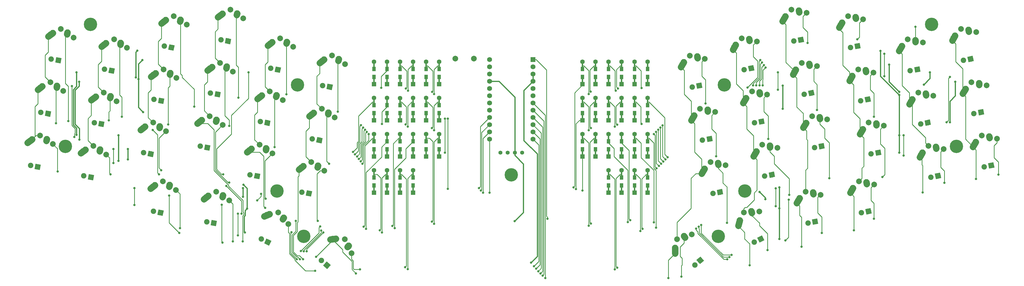
<source format=gbl>
G04 #@! TF.GenerationSoftware,KiCad,Pcbnew,(5.1.4-0-10_14)*
G04 #@! TF.CreationDate,2021-05-16T21:06:51-06:00*
G04 #@! TF.ProjectId,avlo44,61766c6f-3434-42e6-9b69-6361645f7063,0.1*
G04 #@! TF.SameCoordinates,Original*
G04 #@! TF.FileFunction,Copper,L2,Bot*
G04 #@! TF.FilePolarity,Positive*
%FSLAX46Y46*%
G04 Gerber Fmt 4.6, Leading zero omitted, Abs format (unit mm)*
G04 Created by KiCad (PCBNEW (5.1.4-0-10_14)) date 2021-05-16 21:06:51*
%MOMM*%
%LPD*%
G04 APERTURE LIST*
%ADD10C,4.700000*%
%ADD11C,1.905000*%
%ADD12C,0.020000*%
%ADD13C,2.000000*%
%ADD14C,2.250000*%
%ADD15C,2.250000*%
%ADD16R,1.752600X1.752600*%
%ADD17C,1.752600*%
%ADD18C,1.397000*%
%ADD19R,1.600000X1.600000*%
%ADD20C,1.600000*%
%ADD21R,0.500000X2.900000*%
%ADD22R,1.200000X1.600000*%
%ADD23C,0.800000*%
%ADD24C,0.254000*%
%ADD25C,0.381000*%
G04 APERTURE END LIST*
D10*
X211239100Y-168897300D03*
X283921200Y-190500000D03*
X138468100Y-190500000D03*
X286042100Y-137325100D03*
X293217600Y-174548800D03*
X367436400Y-158927800D03*
X358724200Y-116052600D03*
X136232900Y-137325100D03*
X129057400Y-174548800D03*
X54838600Y-158927800D03*
X63563500Y-116052600D03*
D11*
X298808494Y-191397642D03*
D12*
G36*
X298369941Y-192671292D02*
G01*
X297534844Y-190959089D01*
X299247047Y-190123992D01*
X300082144Y-191836195D01*
X298369941Y-192671292D01*
X298369941Y-192671292D01*
G37*
D11*
X296525557Y-192511105D03*
D13*
X292853710Y-182085615D03*
X298268260Y-181781227D03*
D14*
X291439630Y-184889252D03*
X291170925Y-185832502D03*
D15*
X290902232Y-186775757D02*
X291439618Y-184889247D01*
D14*
X295496111Y-181709164D03*
X295605051Y-181978667D03*
D15*
X295714415Y-182247999D02*
X295495687Y-181709335D01*
D14*
X375434797Y-136993695D03*
D15*
X375470727Y-137282155D02*
X375398867Y-136705235D01*
D14*
X375399323Y-136705179D03*
X370154316Y-139568578D03*
D15*
X369650646Y-140410149D02*
X370657986Y-138727007D01*
D14*
X370657996Y-138727014D03*
D13*
X378058362Y-137492272D03*
X372749527Y-136384900D03*
D11*
X373597943Y-147405494D03*
X376091276Y-146920839D03*
D12*
G36*
X375338022Y-148037584D02*
G01*
X374974531Y-146167585D01*
X376844530Y-145804094D01*
X377208021Y-147674093D01*
X375338022Y-148037584D01*
X375338022Y-148037584D01*
G37*
D14*
X353082797Y-121956895D03*
D15*
X353118727Y-122245355D02*
X353046867Y-121668435D01*
D14*
X353047323Y-121668379D03*
X347802316Y-124531778D03*
D15*
X347298646Y-125373349D02*
X348305986Y-123690207D01*
D14*
X348305996Y-123690214D03*
D13*
X355706362Y-122455472D03*
X350397527Y-121348100D03*
D11*
X351245943Y-132368694D03*
X353739276Y-131884039D03*
D12*
G36*
X352986022Y-133000784D02*
G01*
X352622531Y-131130785D01*
X354492530Y-130767294D01*
X354856021Y-132637293D01*
X352986022Y-133000784D01*
X352986022Y-133000784D01*
G37*
D11*
X372433676Y-128226439D03*
D12*
G36*
X371680422Y-129343184D02*
G01*
X371316931Y-127473185D01*
X373186930Y-127109694D01*
X373550421Y-128979693D01*
X371680422Y-129343184D01*
X371680422Y-129343184D01*
G37*
D11*
X369940343Y-128711094D03*
D13*
X369091927Y-117690500D03*
X374400762Y-118797872D03*
D14*
X367000396Y-120032614D03*
X366496716Y-120874178D03*
D15*
X365993046Y-121715749D02*
X367000386Y-120032607D01*
D14*
X371741723Y-118010779D03*
X371777197Y-118299295D03*
D15*
X371813127Y-118587755D02*
X371741267Y-118010835D01*
D11*
X106893857Y-185861094D03*
D12*
G36*
X105777112Y-186614348D02*
G01*
X106140603Y-184744349D01*
X108010602Y-185107840D01*
X107647111Y-186977839D01*
X105777112Y-186614348D01*
X105777112Y-186614348D01*
G37*
D11*
X104400524Y-185376439D03*
D13*
X107742273Y-174840500D03*
X112249710Y-177855962D03*
D14*
X104925668Y-176228569D03*
X104143408Y-176820172D03*
D15*
X103361155Y-177411785D02*
X104925661Y-176228559D01*
D14*
X110079143Y-176130089D03*
X110003954Y-176410885D03*
D15*
X109929208Y-176691800D02*
X110078700Y-176129970D01*
D14*
X280184797Y-146340895D03*
D15*
X280220727Y-146629355D02*
X280148867Y-146052435D01*
D14*
X280149323Y-146052379D03*
X274904316Y-148915778D03*
D15*
X274400646Y-149757349D02*
X275407986Y-148074207D01*
D14*
X275407996Y-148074214D03*
D13*
X282808362Y-146839472D03*
X277499527Y-145732100D03*
D11*
X278347943Y-156752694D03*
X280841276Y-156268039D03*
D12*
G36*
X280088022Y-157384784D02*
G01*
X279724531Y-155514785D01*
X281594530Y-155151294D01*
X281958021Y-157021293D01*
X280088022Y-157384784D01*
X280088022Y-157384784D01*
G37*
D14*
X276577997Y-127646495D03*
D15*
X276613927Y-127934955D02*
X276542067Y-127358035D01*
D14*
X276542523Y-127357979D03*
X271297516Y-130221378D03*
D15*
X270793846Y-131062949D02*
X271801186Y-129379807D01*
D14*
X271801196Y-129379814D03*
D13*
X279201562Y-128145072D03*
X273892727Y-127037700D03*
D11*
X274741143Y-138058294D03*
X277234476Y-137573639D03*
D12*
G36*
X276481222Y-138690384D02*
G01*
X276117731Y-136820385D01*
X277987730Y-136456894D01*
X278351221Y-138326893D01*
X276481222Y-138690384D01*
X276481222Y-138690384D01*
G37*
D11*
X125800243Y-192511105D03*
D12*
G36*
X124526593Y-192949658D02*
G01*
X125361690Y-191237455D01*
X127073893Y-192072552D01*
X126238796Y-193784755D01*
X124526593Y-192949658D01*
X124526593Y-192949658D01*
G37*
D11*
X123517306Y-191397642D03*
D13*
X129472090Y-182085615D03*
X133045481Y-186164938D03*
D14*
X126392199Y-182697396D03*
X125483476Y-183066377D03*
D15*
X124574757Y-183435369D02*
X126392195Y-182697385D01*
D14*
X131395562Y-183936089D03*
X131250260Y-184187858D03*
D15*
X131105355Y-184439855D02*
X131395165Y-183935861D01*
D14*
X298421997Y-140244895D03*
D15*
X298457927Y-140533355D02*
X298386067Y-139956435D01*
D14*
X298386523Y-139956379D03*
X293141516Y-142819778D03*
D15*
X292637846Y-143661349D02*
X293645186Y-141978207D01*
D14*
X293645196Y-141978214D03*
D13*
X301045562Y-140743472D03*
X295736727Y-139636100D03*
D11*
X296585143Y-150656694D03*
X299078476Y-150172039D03*
D12*
G36*
X298325222Y-151288784D02*
G01*
X297961731Y-149418785D01*
X299831730Y-149055294D01*
X300195221Y-150925293D01*
X298325222Y-151288784D01*
X298325222Y-151288784D01*
G37*
D11*
X316553676Y-140164439D03*
D12*
G36*
X315800422Y-141281184D02*
G01*
X315436931Y-139411185D01*
X317306930Y-139047694D01*
X317670421Y-140917693D01*
X315800422Y-141281184D01*
X315800422Y-141281184D01*
G37*
D11*
X314060343Y-140649094D03*
D13*
X313211927Y-129628500D03*
X318520762Y-130735872D03*
D14*
X311120396Y-131970614D03*
X310616716Y-132812178D03*
D15*
X310113046Y-133653749D02*
X311120386Y-131970607D01*
D14*
X315861723Y-129948779D03*
X315897197Y-130237295D03*
D15*
X315933127Y-130525755D02*
X315861267Y-129948835D01*
D14*
X335709197Y-132472495D03*
D15*
X335745127Y-132760955D02*
X335673267Y-132184035D01*
D14*
X335673723Y-132183979D03*
X330428716Y-135047378D03*
D15*
X329925046Y-135888949D02*
X330932386Y-134205807D01*
D14*
X330932396Y-134205814D03*
D13*
X338332762Y-132971072D03*
X333023927Y-131863700D03*
D11*
X333872343Y-142884294D03*
X336365676Y-142399639D03*
D12*
G36*
X335612422Y-143516384D02*
G01*
X335248931Y-141646385D01*
X337118930Y-141282894D01*
X337482421Y-143152893D01*
X335612422Y-143516384D01*
X335612422Y-143516384D01*
G37*
D14*
X356740397Y-140651295D03*
D15*
X356776327Y-140939755D02*
X356704467Y-140362835D01*
D14*
X356704923Y-140362779D03*
X351459916Y-143226178D03*
D15*
X350956246Y-144067749D02*
X351963586Y-142384607D01*
D14*
X351963596Y-142384614D03*
D13*
X359363962Y-141149872D03*
X354055127Y-140042500D03*
D11*
X354903543Y-151063094D03*
X357396876Y-150578439D03*
D12*
G36*
X356643622Y-151695184D02*
G01*
X356280131Y-149825185D01*
X358150130Y-149461694D01*
X358513621Y-151331693D01*
X356643622Y-151695184D01*
X356643622Y-151695184D01*
G37*
D14*
X283842397Y-165035295D03*
D15*
X283878327Y-165323755D02*
X283806467Y-164746835D01*
D14*
X283806923Y-164746779D03*
X278561916Y-167610178D03*
D15*
X278058246Y-168451749D02*
X279065586Y-166768607D01*
D14*
X279065596Y-166768614D03*
D13*
X286465962Y-165533872D03*
X281157127Y-164426500D03*
D11*
X282005543Y-175447094D03*
X284498876Y-174962439D03*
D12*
G36*
X283745622Y-176079184D02*
G01*
X283382131Y-174209185D01*
X285252130Y-173845694D01*
X285615621Y-175715693D01*
X283745622Y-176079184D01*
X283745622Y-176079184D01*
G37*
D14*
X302028797Y-158939295D03*
D15*
X302064727Y-159227755D02*
X301992867Y-158650835D01*
D14*
X301993323Y-158650779D03*
X296748316Y-161514178D03*
D15*
X296244646Y-162355749D02*
X297251986Y-160672607D01*
D14*
X297251996Y-160672614D03*
D13*
X304652362Y-159437872D03*
X299343527Y-158330500D03*
D11*
X300191943Y-169351094D03*
X302685276Y-168866439D03*
D12*
G36*
X301932022Y-169983184D02*
G01*
X301568531Y-168113185D01*
X303438530Y-167749694D01*
X303802021Y-169619693D01*
X301932022Y-169983184D01*
X301932022Y-169983184D01*
G37*
D11*
X320160476Y-158858839D03*
D12*
G36*
X319407222Y-159975584D02*
G01*
X319043731Y-158105585D01*
X320913730Y-157742094D01*
X321277221Y-159612093D01*
X319407222Y-159975584D01*
X319407222Y-159975584D01*
G37*
D11*
X317667143Y-159343494D03*
D13*
X316818727Y-148322900D03*
X322127562Y-149430272D03*
D14*
X314727196Y-150665014D03*
X314223516Y-151506578D03*
D15*
X313719846Y-152348149D02*
X314727186Y-150665007D01*
D14*
X319468523Y-148643179D03*
X319503997Y-148931695D03*
D15*
X319539927Y-149220155D02*
X319468067Y-148643235D01*
D11*
X340023276Y-161094039D03*
D12*
G36*
X339270022Y-162210784D02*
G01*
X338906531Y-160340785D01*
X340776530Y-159977294D01*
X341140021Y-161847293D01*
X339270022Y-162210784D01*
X339270022Y-162210784D01*
G37*
D11*
X337529943Y-161578694D03*
D13*
X336681527Y-150558100D03*
X341990362Y-151665472D03*
D14*
X334589996Y-152900214D03*
X334086316Y-153741778D03*
D15*
X333582646Y-154583349D02*
X334589986Y-152900207D01*
D14*
X339331323Y-150878379D03*
X339366797Y-151166895D03*
D15*
X339402727Y-151455355D02*
X339330867Y-150878435D01*
D14*
X143379554Y-165996885D03*
D15*
X143304808Y-166277800D02*
X143454300Y-165715970D01*
D14*
X143454743Y-165716089D03*
X137519008Y-166406172D03*
D15*
X136736755Y-166997785D02*
X138301261Y-165814559D01*
D14*
X138301268Y-165814569D03*
D13*
X145625310Y-167441962D03*
X141117873Y-164426500D03*
D11*
X137776124Y-174962439D03*
X140269457Y-175447094D03*
D12*
G36*
X139152712Y-176200348D02*
G01*
X139516203Y-174330349D01*
X141386202Y-174693840D01*
X141022711Y-176563839D01*
X139152712Y-176200348D01*
X139152712Y-176200348D01*
G37*
D14*
X294815197Y-121550495D03*
D15*
X294851127Y-121838955D02*
X294779267Y-121262035D01*
D14*
X294779723Y-121261979D03*
X289534716Y-124125378D03*
D15*
X289031046Y-124966949D02*
X290038386Y-123283807D01*
D14*
X290038396Y-123283814D03*
D13*
X297438762Y-122049072D03*
X292129927Y-120941700D03*
D11*
X292978343Y-131962294D03*
X295471676Y-131477639D03*
D12*
G36*
X294718422Y-132594384D02*
G01*
X294354931Y-130724385D01*
X296224930Y-130360894D01*
X296588421Y-132230893D01*
X294718422Y-132594384D01*
X294718422Y-132594384D01*
G37*
D11*
X312896076Y-121470039D03*
D12*
G36*
X312142822Y-122586784D02*
G01*
X311779331Y-120716785D01*
X313649330Y-120353294D01*
X314012821Y-122223293D01*
X312142822Y-122586784D01*
X312142822Y-122586784D01*
G37*
D11*
X310402743Y-121954694D03*
D13*
X309554327Y-110934100D03*
X314863162Y-112041472D03*
D14*
X307462796Y-113276214D03*
X306959116Y-114117778D03*
D15*
X306455446Y-114959349D02*
X307462786Y-113276207D01*
D14*
X312204123Y-111254379D03*
X312239597Y-111542895D03*
D15*
X312275527Y-111831355D02*
X312203667Y-111254435D01*
D11*
X332758876Y-123705239D03*
D12*
G36*
X332005622Y-124821984D02*
G01*
X331642131Y-122951985D01*
X333512130Y-122588494D01*
X333875621Y-124458493D01*
X332005622Y-124821984D01*
X332005622Y-124821984D01*
G37*
D11*
X330265543Y-124189894D03*
D13*
X329417127Y-113169300D03*
X334725962Y-114276672D03*
D14*
X327325596Y-115511414D03*
X326821916Y-116352978D03*
D15*
X326318246Y-117194549D02*
X327325586Y-115511407D01*
D14*
X332066923Y-113489579D03*
X332102397Y-113778095D03*
D15*
X332138327Y-114066555D02*
X332066467Y-113489635D01*
D14*
X147037154Y-147302485D03*
D15*
X146962408Y-147583400D02*
X147111900Y-147021570D01*
D14*
X147112343Y-147021689D03*
X141176608Y-147711772D03*
D15*
X140394355Y-148303385D02*
X141958861Y-147120159D01*
D14*
X141958868Y-147120169D03*
D13*
X149282910Y-148747562D03*
X144775473Y-145732100D03*
D11*
X141433724Y-156268039D03*
X143927057Y-156752694D03*
D12*
G36*
X142810312Y-157505948D02*
G01*
X143173803Y-155635949D01*
X145043802Y-155999440D01*
X144680311Y-157869439D01*
X142810312Y-157505948D01*
X142810312Y-157505948D01*
G37*
D14*
X114982354Y-112504485D03*
D15*
X114907608Y-112785400D02*
X115057100Y-112223570D01*
D14*
X115057543Y-112223689D03*
X109121808Y-112913772D03*
D15*
X108339555Y-113505385D02*
X109904061Y-112322159D01*
D14*
X109904068Y-112322169D03*
D13*
X117228110Y-113949562D03*
X112720673Y-110934100D03*
D11*
X109378924Y-121470039D03*
X111872257Y-121954694D03*
D12*
G36*
X110755512Y-122707948D02*
G01*
X111119003Y-120837949D01*
X112989002Y-121201440D01*
X112625511Y-123071439D01*
X110755512Y-122707948D01*
X110755512Y-122707948D01*
G37*
D11*
X129347457Y-131962294D03*
D12*
G36*
X128230712Y-132715548D02*
G01*
X128594203Y-130845549D01*
X130464202Y-131209040D01*
X130100711Y-133079039D01*
X128230712Y-132715548D01*
X128230712Y-132715548D01*
G37*
D11*
X126854124Y-131477639D03*
D13*
X130195873Y-120941700D03*
X134703310Y-123957162D03*
D14*
X127379268Y-122329769D03*
X126597008Y-122921372D03*
D15*
X125814755Y-123512985D02*
X127379261Y-122329759D01*
D14*
X132532743Y-122231289D03*
X132457554Y-122512085D03*
D15*
X132382808Y-122793000D02*
X132532300Y-122231170D01*
D14*
X150648099Y-128577200D03*
D15*
X150573353Y-128858115D02*
X150722845Y-128296285D01*
D14*
X150723288Y-128296404D03*
X144787553Y-128986487D03*
D15*
X144005300Y-129578100D02*
X145569806Y-128394874D01*
D14*
X145569813Y-128394884D03*
D13*
X152893855Y-130022277D03*
X148386418Y-127006815D03*
D11*
X145044669Y-137542754D03*
X147538002Y-138027409D03*
D12*
G36*
X146421257Y-138780663D02*
G01*
X146784748Y-136910664D01*
X148654747Y-137274155D01*
X148291256Y-139144154D01*
X146421257Y-138780663D01*
X146421257Y-138780663D01*
G37*
D11*
X104607857Y-159343494D03*
D12*
G36*
X103491112Y-160096748D02*
G01*
X103854603Y-158226749D01*
X105724602Y-158590240D01*
X105361111Y-160460239D01*
X103491112Y-160096748D01*
X103491112Y-160096748D01*
G37*
D11*
X102114524Y-158858839D03*
D13*
X105456273Y-148322900D03*
X109963710Y-151338362D03*
D14*
X102639668Y-149710969D03*
X101857408Y-150302572D03*
D15*
X101075155Y-150894185D02*
X102639661Y-149710959D01*
D14*
X107793143Y-149612489D03*
X107717954Y-149893285D03*
D15*
X107643208Y-150174200D02*
X107792700Y-149612370D01*
D14*
X125193154Y-159900885D03*
D15*
X125118408Y-160181800D02*
X125267900Y-159619970D01*
D14*
X125268343Y-159620089D03*
X119332608Y-160310172D03*
D15*
X118550355Y-160901785D02*
X120114861Y-159718559D01*
D14*
X120114868Y-159718569D03*
D13*
X127438910Y-161345962D03*
X122931473Y-158330500D03*
D11*
X119589724Y-168866439D03*
X122083057Y-169351094D03*
D12*
G36*
X120966312Y-170104348D02*
G01*
X121329803Y-168234349D01*
X123199802Y-168597840D01*
X122836311Y-170467839D01*
X120966312Y-170104348D01*
X120966312Y-170104348D01*
G37*
D11*
X63764657Y-169757494D03*
D12*
G36*
X62647912Y-170510748D02*
G01*
X63011403Y-168640749D01*
X64881402Y-169004240D01*
X64517911Y-170874239D01*
X62647912Y-170510748D01*
X62647912Y-170510748D01*
G37*
D11*
X61271324Y-169272839D03*
D13*
X64613073Y-158736900D03*
X69120510Y-161752362D03*
D14*
X61796468Y-160124969D03*
X61014208Y-160716572D03*
D15*
X60231955Y-161308185D02*
X61796461Y-160124959D01*
D14*
X66949943Y-160026489D03*
X66874754Y-160307285D03*
D15*
X66800008Y-160588200D02*
X66949500Y-160026370D01*
D11*
X48681202Y-147425409D03*
D12*
G36*
X47564457Y-148178663D02*
G01*
X47927948Y-146308664D01*
X49797947Y-146672155D01*
X49434456Y-148542154D01*
X47564457Y-148178663D01*
X47564457Y-148178663D01*
G37*
D11*
X46187869Y-146940754D03*
D13*
X49529618Y-136404815D03*
X54037055Y-139420277D03*
D14*
X46713013Y-137792884D03*
X45930753Y-138384487D03*
D15*
X45148500Y-138976100D02*
X46713006Y-137792874D01*
D14*
X51866488Y-137694404D03*
X51791299Y-137975200D03*
D15*
X51716553Y-138256115D02*
X51866045Y-137694285D01*
D11*
X67422257Y-151063094D03*
D12*
G36*
X66305512Y-151816348D02*
G01*
X66669003Y-149946349D01*
X68539002Y-150309840D01*
X68175511Y-152179839D01*
X66305512Y-151816348D01*
X66305512Y-151816348D01*
G37*
D11*
X64928924Y-150578439D03*
D13*
X68270673Y-140042500D03*
X72778110Y-143057962D03*
D14*
X65454068Y-141430569D03*
X64671808Y-142022172D03*
D15*
X63889555Y-142613785D02*
X65454061Y-141430559D01*
D14*
X70607543Y-141332089D03*
X70532354Y-141612885D03*
D15*
X70457608Y-141893800D02*
X70607100Y-141331970D01*
D11*
X88402657Y-142884294D03*
D12*
G36*
X87285912Y-143637548D02*
G01*
X87649403Y-141767549D01*
X89519402Y-142131040D01*
X89155911Y-144001039D01*
X87285912Y-143637548D01*
X87285912Y-143637548D01*
G37*
D11*
X85909324Y-142399639D03*
D13*
X89251073Y-131863700D03*
X93758510Y-134879162D03*
D14*
X86434468Y-133251769D03*
X85652208Y-133843372D03*
D15*
X84869955Y-134434985D02*
X86434461Y-133251759D01*
D14*
X91587943Y-133153289D03*
X91512754Y-133434085D03*
D15*
X91438008Y-133715000D02*
X91587500Y-133153170D01*
D11*
X108214657Y-140649094D03*
D12*
G36*
X107097912Y-141402348D02*
G01*
X107461403Y-139532349D01*
X109331402Y-139895840D01*
X108967911Y-141765839D01*
X107097912Y-141402348D01*
X107097912Y-141402348D01*
G37*
D11*
X105721324Y-140164439D03*
D13*
X109063073Y-129628500D03*
X113570510Y-132643962D03*
D14*
X106246468Y-131016569D03*
X105464208Y-131608172D03*
D15*
X104681955Y-132199785D02*
X106246461Y-131016559D01*
D14*
X111399943Y-130918089D03*
X111324754Y-131198885D03*
D15*
X111250008Y-131479800D02*
X111399500Y-130917970D01*
D11*
X45070257Y-166099894D03*
D12*
G36*
X43953512Y-166853148D02*
G01*
X44317003Y-164983149D01*
X46187002Y-165346640D01*
X45823511Y-167216639D01*
X43953512Y-166853148D01*
X43953512Y-166853148D01*
G37*
D11*
X42576924Y-165615239D03*
D13*
X45918673Y-155079300D03*
X50426110Y-158094762D03*
D14*
X43102068Y-156467369D03*
X42319808Y-157058972D03*
D15*
X41537555Y-157650585D02*
X43102061Y-156467359D01*
D14*
X48255543Y-156368889D03*
X48180354Y-156649685D03*
D15*
X48105608Y-156930600D02*
X48255100Y-156368770D01*
D14*
X128799954Y-141206485D03*
D15*
X128725208Y-141487400D02*
X128874700Y-140925570D01*
D14*
X128875143Y-140925689D03*
X122939408Y-141615772D03*
D15*
X122157155Y-142207385D02*
X123721661Y-141024159D01*
D14*
X123721668Y-141024169D03*
D13*
X131045710Y-142651562D03*
X126538273Y-139636100D03*
D11*
X123196524Y-150172039D03*
X125689857Y-150656694D03*
D12*
G36*
X124573112Y-151409948D02*
G01*
X124936603Y-149539949D01*
X126806602Y-149903440D01*
X126443111Y-151773439D01*
X124573112Y-151409948D01*
X124573112Y-151409948D01*
G37*
D11*
X84745057Y-161578694D03*
D12*
G36*
X83628312Y-162331948D02*
G01*
X83991803Y-160461949D01*
X85861802Y-160825440D01*
X85498311Y-162695439D01*
X83628312Y-162331948D01*
X83628312Y-162331948D01*
G37*
D11*
X82251724Y-161094039D03*
D13*
X85593473Y-150558100D03*
X90100910Y-153573562D03*
D14*
X82776868Y-151946169D03*
X81994608Y-152537772D03*
D15*
X81212355Y-153129385D02*
X82776861Y-151946159D01*
D14*
X87930343Y-151847689D03*
X87855154Y-152128485D03*
D15*
X87780408Y-152409400D02*
X87929900Y-151847570D01*
D11*
X52334657Y-128711094D03*
D12*
G36*
X51217912Y-129464348D02*
G01*
X51581403Y-127594349D01*
X53451402Y-127957840D01*
X53087911Y-129827839D01*
X51217912Y-129464348D01*
X51217912Y-129464348D01*
G37*
D11*
X49841324Y-128226439D03*
D13*
X53183073Y-117690500D03*
X57690510Y-120705962D03*
D14*
X50366468Y-119078569D03*
X49584208Y-119670172D03*
D15*
X48801955Y-120261785D02*
X50366461Y-119078559D01*
D14*
X55519943Y-118980089D03*
X55444754Y-119260885D03*
D15*
X55370008Y-119541800D02*
X55519500Y-118979970D01*
D14*
X74139154Y-122867685D03*
D15*
X74064408Y-123148600D02*
X74213900Y-122586770D01*
D14*
X74214343Y-122586889D03*
X68278608Y-123276972D03*
D15*
X67496355Y-123868585D02*
X69060861Y-122685359D01*
D14*
X69060868Y-122685369D03*
D13*
X76384910Y-124312762D03*
X71877473Y-121297300D03*
D11*
X68535724Y-131833239D03*
X71029057Y-132317894D03*
D12*
G36*
X69912312Y-133071148D02*
G01*
X70275803Y-131201149D01*
X72145802Y-131564640D01*
X71782311Y-133434639D01*
X69912312Y-133071148D01*
X69912312Y-133071148D01*
G37*
D14*
X95119554Y-114739685D03*
D15*
X95044808Y-115020600D02*
X95194300Y-114458770D01*
D14*
X95194743Y-114458889D03*
X89259008Y-115148972D03*
D15*
X88476755Y-115740585D02*
X90041261Y-114557359D01*
D14*
X90041268Y-114557369D03*
D13*
X97365310Y-116184762D03*
X92857873Y-113169300D03*
D11*
X89516124Y-123705239D03*
X92009457Y-124189894D03*
D12*
G36*
X90892712Y-124943148D02*
G01*
X91256203Y-123073149D01*
X93126202Y-123436640D01*
X92762711Y-125306639D01*
X90892712Y-124943148D01*
X90892712Y-124943148D01*
G37*
D11*
X88199457Y-182203494D03*
D12*
G36*
X87082712Y-182956748D02*
G01*
X87446203Y-181086749D01*
X89316202Y-181450240D01*
X88952711Y-183320239D01*
X87082712Y-182956748D01*
X87082712Y-182956748D01*
G37*
D11*
X85706124Y-181718839D03*
D13*
X89047873Y-171182900D03*
X93555310Y-174198362D03*
D14*
X86231268Y-172570969D03*
X85449008Y-173162572D03*
D15*
X84666755Y-173754185D02*
X86231261Y-172570959D01*
D14*
X91384743Y-172472489D03*
X91309554Y-172753285D03*
D15*
X91234808Y-173034200D02*
X91384300Y-172472370D01*
D11*
X379698076Y-165615239D03*
D12*
G36*
X378944822Y-166731984D02*
G01*
X378581331Y-164861985D01*
X380451330Y-164498494D01*
X380814821Y-166368493D01*
X378944822Y-166731984D01*
X378944822Y-166731984D01*
G37*
D11*
X377204743Y-166099894D03*
D13*
X376356327Y-155079300D03*
X381665162Y-156186672D03*
D14*
X374264796Y-157421414D03*
X373761116Y-158262978D03*
D15*
X373257446Y-159104549D02*
X374264786Y-157421407D01*
D14*
X379006123Y-155399579D03*
X379041597Y-155688095D03*
D15*
X379077527Y-155976555D02*
X379005667Y-155399635D01*
D11*
X361003676Y-169272839D03*
D12*
G36*
X360250422Y-170389584D02*
G01*
X359886931Y-168519585D01*
X361756930Y-168156094D01*
X362120421Y-170026093D01*
X360250422Y-170389584D01*
X360250422Y-170389584D01*
G37*
D11*
X358510343Y-169757494D03*
D13*
X357661927Y-158736900D03*
X362970762Y-159844272D03*
D14*
X355570396Y-161079014D03*
X355066716Y-161920578D03*
D15*
X354563046Y-162762149D02*
X355570386Y-161079007D01*
D14*
X360311723Y-159057179D03*
X360347197Y-159345695D03*
D15*
X360383127Y-159634155D02*
X360311267Y-159057235D01*
D11*
X277582561Y-198923630D03*
D12*
G36*
X277488596Y-200267387D02*
G01*
X276238804Y-198829665D01*
X277676526Y-197579873D01*
X278926318Y-199017595D01*
X277488596Y-200267387D01*
X277488596Y-200267387D01*
G37*
D11*
X275665599Y-200590020D03*
D13*
X269420552Y-191470113D03*
X274571824Y-189774708D03*
D14*
X268780290Y-194544209D03*
X268764872Y-195524866D03*
D15*
X268749467Y-196505523D02*
X268780277Y-194544209D01*
D14*
X271875482Y-190422585D03*
X272050462Y-190654710D03*
D15*
X272225808Y-190886559D02*
X271875116Y-190422861D01*
D11*
X317874476Y-185325639D03*
D12*
G36*
X317121222Y-186442384D02*
G01*
X316757731Y-184572385D01*
X318627730Y-184208894D01*
X318991221Y-186078893D01*
X317121222Y-186442384D01*
X317121222Y-186442384D01*
G37*
D11*
X315381143Y-185810294D03*
D13*
X314532727Y-174789700D03*
X319841562Y-175897072D03*
D14*
X312441196Y-177131814D03*
X311937516Y-177973378D03*
D15*
X311433846Y-178814949D02*
X312441186Y-177131807D01*
D14*
X317182523Y-175109979D03*
X317217997Y-175398495D03*
D15*
X317253927Y-175686955D02*
X317182067Y-175110035D01*
D16*
X218859100Y-128435100D03*
D17*
X218859100Y-130975100D03*
X218859100Y-133515100D03*
X218859100Y-136055100D03*
X218859100Y-138595100D03*
X218859100Y-141135100D03*
X218859100Y-143675100D03*
X218859100Y-146215100D03*
X218859100Y-148755100D03*
X218859100Y-151295100D03*
X218859100Y-153835100D03*
X203619100Y-156375100D03*
X203619100Y-153835100D03*
X203619100Y-151295100D03*
X203619100Y-148755100D03*
X203619100Y-146215100D03*
X203619100Y-143675100D03*
X203619100Y-141135100D03*
X203619100Y-138595100D03*
X203619100Y-136055100D03*
X203619100Y-133515100D03*
X203619100Y-130975100D03*
X218859100Y-156375100D03*
X203619100Y-128435100D03*
D11*
X146558601Y-200640820D03*
D12*
G36*
X145214844Y-200734785D02*
G01*
X146464636Y-199297063D01*
X147902358Y-200546855D01*
X146652566Y-201984577D01*
X145214844Y-200734785D01*
X145214844Y-200734785D01*
G37*
D11*
X144641639Y-198974430D03*
D13*
X152803648Y-191520913D03*
X155199472Y-196386099D03*
D14*
X149670362Y-191314714D03*
X148697103Y-191435927D03*
D15*
X147723846Y-191557153D02*
X149670360Y-191314701D01*
D14*
X154182642Y-193806165D03*
X153977129Y-194011747D03*
D15*
X153771940Y-194217654D02*
X154182318Y-193805840D01*
D11*
X336619676Y-181718839D03*
D12*
G36*
X335866422Y-182835584D02*
G01*
X335502931Y-180965585D01*
X337372930Y-180602094D01*
X337736421Y-182472093D01*
X335866422Y-182835584D01*
X335866422Y-182835584D01*
G37*
D11*
X334126343Y-182203494D03*
D13*
X333277927Y-171182900D03*
X338586762Y-172290272D03*
D14*
X331186396Y-173525014D03*
X330682716Y-174366578D03*
D15*
X330179046Y-175208149D02*
X331186386Y-173525007D01*
D14*
X335927723Y-171503179D03*
X335963197Y-171791695D03*
D15*
X335999127Y-172080155D02*
X335927267Y-171503235D01*
D18*
X215049100Y-161074100D03*
X212509100Y-161074100D03*
X209969100Y-161074100D03*
X207429100Y-161074100D03*
D19*
X259118100Y-175134100D03*
D20*
X259118100Y-167334100D03*
D21*
X259118100Y-173734100D03*
D22*
X259118100Y-172634100D03*
X259118100Y-169834100D03*
D21*
X259118100Y-168734100D03*
D19*
X254546100Y-175134100D03*
D20*
X254546100Y-167334100D03*
D21*
X254546100Y-173734100D03*
D22*
X254546100Y-172634100D03*
X254546100Y-169834100D03*
D21*
X254546100Y-168734100D03*
D19*
X249974100Y-175134100D03*
D20*
X249974100Y-167334100D03*
D21*
X249974100Y-173734100D03*
D22*
X249974100Y-172634100D03*
X249974100Y-169834100D03*
D21*
X249974100Y-168734100D03*
D19*
X245402100Y-175134100D03*
D20*
X245402100Y-167334100D03*
D21*
X245402100Y-173734100D03*
D22*
X245402100Y-172634100D03*
X245402100Y-169834100D03*
D21*
X245402100Y-168734100D03*
D19*
X259118100Y-162434100D03*
D20*
X259118100Y-154634100D03*
D21*
X259118100Y-161034100D03*
D22*
X259118100Y-159934100D03*
X259118100Y-157134100D03*
D21*
X259118100Y-156034100D03*
D19*
X254546100Y-162434100D03*
D20*
X254546100Y-154634100D03*
D21*
X254546100Y-161034100D03*
D22*
X254546100Y-159934100D03*
X254546100Y-157134100D03*
D21*
X254546100Y-156034100D03*
D19*
X163106100Y-137034100D03*
D20*
X163106100Y-129234100D03*
D21*
X163106100Y-135634100D03*
D22*
X163106100Y-134534100D03*
X163106100Y-131734100D03*
D21*
X163106100Y-130634100D03*
D19*
X167678100Y-137034100D03*
D20*
X167678100Y-129234100D03*
D21*
X167678100Y-135634100D03*
D22*
X167678100Y-134534100D03*
X167678100Y-131734100D03*
D21*
X167678100Y-130634100D03*
D19*
X172250100Y-137034100D03*
D20*
X172250100Y-129234100D03*
D21*
X172250100Y-135634100D03*
D22*
X172250100Y-134534100D03*
X172250100Y-131734100D03*
D21*
X172250100Y-130634100D03*
D19*
X176822100Y-137034100D03*
D20*
X176822100Y-129234100D03*
D21*
X176822100Y-135634100D03*
D22*
X176822100Y-134534100D03*
X176822100Y-131734100D03*
D21*
X176822100Y-130634100D03*
X181394100Y-130634100D03*
D22*
X181394100Y-131734100D03*
X181394100Y-134534100D03*
D21*
X181394100Y-135634100D03*
D20*
X181394100Y-129234100D03*
D19*
X181394100Y-137034100D03*
D21*
X185966100Y-130634100D03*
D22*
X185966100Y-131734100D03*
X185966100Y-134534100D03*
D21*
X185966100Y-135634100D03*
D20*
X185966100Y-129234100D03*
D19*
X185966100Y-137034100D03*
D21*
X163106100Y-143334100D03*
D22*
X163106100Y-144434100D03*
X163106100Y-147234100D03*
D21*
X163106100Y-148334100D03*
D20*
X163106100Y-141934100D03*
D19*
X163106100Y-149734100D03*
D21*
X167678100Y-143334100D03*
D22*
X167678100Y-144434100D03*
X167678100Y-147234100D03*
D21*
X167678100Y-148334100D03*
D20*
X167678100Y-141934100D03*
D19*
X167678100Y-149734100D03*
D21*
X172250100Y-143337100D03*
D22*
X172250100Y-144437100D03*
X172250100Y-147237100D03*
D21*
X172250100Y-148337100D03*
D20*
X172250100Y-141937100D03*
D19*
X172250100Y-149737100D03*
D21*
X176822100Y-143334100D03*
D22*
X176822100Y-144434100D03*
X176822100Y-147234100D03*
D21*
X176822100Y-148334100D03*
D20*
X176822100Y-141934100D03*
D19*
X176822100Y-149734100D03*
D21*
X181394100Y-143334100D03*
D22*
X181394100Y-144434100D03*
X181394100Y-147234100D03*
D21*
X181394100Y-148334100D03*
D20*
X181394100Y-141934100D03*
D19*
X181394100Y-149734100D03*
X185966100Y-149734100D03*
D20*
X185966100Y-141934100D03*
D21*
X185966100Y-148334100D03*
D22*
X185966100Y-147234100D03*
X185966100Y-144434100D03*
D21*
X185966100Y-143334100D03*
X163106100Y-156034100D03*
D22*
X163106100Y-157134100D03*
X163106100Y-159934100D03*
D21*
X163106100Y-161034100D03*
D20*
X163106100Y-154634100D03*
D19*
X163106100Y-162434100D03*
D21*
X167678100Y-156034100D03*
D22*
X167678100Y-157134100D03*
X167678100Y-159934100D03*
D21*
X167678100Y-161034100D03*
D20*
X167678100Y-154634100D03*
D19*
X167678100Y-162434100D03*
X172250100Y-162434100D03*
D20*
X172250100Y-154634100D03*
D21*
X172250100Y-161034100D03*
D22*
X172250100Y-159934100D03*
X172250100Y-157134100D03*
D21*
X172250100Y-156034100D03*
D19*
X176822100Y-162434100D03*
D20*
X176822100Y-154634100D03*
D21*
X176822100Y-161034100D03*
D22*
X176822100Y-159934100D03*
X176822100Y-157134100D03*
D21*
X176822100Y-156034100D03*
X181394100Y-156034100D03*
D22*
X181394100Y-157134100D03*
X181394100Y-159934100D03*
D21*
X181394100Y-161034100D03*
D20*
X181394100Y-154634100D03*
D19*
X181394100Y-162434100D03*
D21*
X185966100Y-156034100D03*
D22*
X185966100Y-157134100D03*
X185966100Y-159934100D03*
D21*
X185966100Y-161034100D03*
D20*
X185966100Y-154634100D03*
D19*
X185966100Y-162434100D03*
D21*
X163106100Y-168734100D03*
D22*
X163106100Y-169834100D03*
X163106100Y-172634100D03*
D21*
X163106100Y-173734100D03*
D20*
X163106100Y-167334100D03*
D19*
X163106100Y-175134100D03*
D21*
X167678100Y-168734100D03*
D22*
X167678100Y-169834100D03*
X167678100Y-172634100D03*
D21*
X167678100Y-173734100D03*
D20*
X167678100Y-167334100D03*
D19*
X167678100Y-175134100D03*
X172250100Y-175134100D03*
D20*
X172250100Y-167334100D03*
D21*
X172250100Y-173734100D03*
D22*
X172250100Y-172634100D03*
X172250100Y-169834100D03*
D21*
X172250100Y-168734100D03*
D19*
X176822100Y-175134100D03*
D20*
X176822100Y-167334100D03*
D21*
X176822100Y-173734100D03*
D22*
X176822100Y-172634100D03*
X176822100Y-169834100D03*
D21*
X176822100Y-168734100D03*
D19*
X236258100Y-137034100D03*
D20*
X236258100Y-129234100D03*
D21*
X236258100Y-135634100D03*
D22*
X236258100Y-134534100D03*
X236258100Y-131734100D03*
D21*
X236258100Y-130634100D03*
X240830100Y-130634100D03*
D22*
X240830100Y-131734100D03*
X240830100Y-134534100D03*
D21*
X240830100Y-135634100D03*
D20*
X240830100Y-129234100D03*
D19*
X240830100Y-137034100D03*
D21*
X245402100Y-130634100D03*
D22*
X245402100Y-131734100D03*
X245402100Y-134534100D03*
D21*
X245402100Y-135634100D03*
D20*
X245402100Y-129234100D03*
D19*
X245402100Y-137034100D03*
X249974100Y-137034100D03*
D20*
X249974100Y-129234100D03*
D21*
X249974100Y-135634100D03*
D22*
X249974100Y-134534100D03*
X249974100Y-131734100D03*
D21*
X249974100Y-130634100D03*
X254546100Y-130634100D03*
D22*
X254546100Y-131734100D03*
X254546100Y-134534100D03*
D21*
X254546100Y-135634100D03*
D20*
X254546100Y-129234100D03*
D19*
X254546100Y-137034100D03*
D21*
X259118100Y-130634100D03*
D22*
X259118100Y-131734100D03*
X259118100Y-134534100D03*
D21*
X259118100Y-135634100D03*
D20*
X259118100Y-129234100D03*
D19*
X259118100Y-137034100D03*
X236258100Y-149734100D03*
D20*
X236258100Y-141934100D03*
D21*
X236258100Y-148334100D03*
D22*
X236258100Y-147234100D03*
X236258100Y-144434100D03*
D21*
X236258100Y-143334100D03*
D19*
X240830100Y-149731100D03*
D20*
X240830100Y-141931100D03*
D21*
X240830100Y-148331100D03*
D22*
X240830100Y-147231100D03*
X240830100Y-144431100D03*
D21*
X240830100Y-143331100D03*
D19*
X245402100Y-149734100D03*
D20*
X245402100Y-141934100D03*
D21*
X245402100Y-148334100D03*
D22*
X245402100Y-147234100D03*
X245402100Y-144434100D03*
D21*
X245402100Y-143334100D03*
D19*
X249974100Y-149734100D03*
D20*
X249974100Y-141934100D03*
D21*
X249974100Y-148334100D03*
D22*
X249974100Y-147234100D03*
X249974100Y-144434100D03*
D21*
X249974100Y-143334100D03*
X254546100Y-143334100D03*
D22*
X254546100Y-144434100D03*
X254546100Y-147234100D03*
D21*
X254546100Y-148334100D03*
D20*
X254546100Y-141934100D03*
D19*
X254546100Y-149734100D03*
D21*
X259118100Y-143334100D03*
D22*
X259118100Y-144434100D03*
X259118100Y-147234100D03*
D21*
X259118100Y-148334100D03*
D20*
X259118100Y-141934100D03*
D19*
X259118100Y-149734100D03*
X236258100Y-162434100D03*
D20*
X236258100Y-154634100D03*
D21*
X236258100Y-161034100D03*
D22*
X236258100Y-159934100D03*
X236258100Y-157134100D03*
D21*
X236258100Y-156034100D03*
D19*
X240830100Y-162431100D03*
D20*
X240830100Y-154631100D03*
D21*
X240830100Y-161031100D03*
D22*
X240830100Y-159931100D03*
X240830100Y-157131100D03*
D21*
X240830100Y-156031100D03*
D19*
X245402100Y-162431100D03*
D20*
X245402100Y-154631100D03*
D21*
X245402100Y-161031100D03*
D22*
X245402100Y-159931100D03*
X245402100Y-157131100D03*
D21*
X245402100Y-156031100D03*
D19*
X249974100Y-162434100D03*
D20*
X249974100Y-154634100D03*
D21*
X249974100Y-161034100D03*
D22*
X249974100Y-159934100D03*
X249974100Y-157134100D03*
D21*
X249974100Y-156034100D03*
D13*
X191606100Y-128054100D03*
X198106100Y-128054100D03*
D23*
X55791100Y-150025100D03*
X165646100Y-138341100D03*
X74587100Y-148501100D03*
X99987100Y-144945100D03*
X174282100Y-138595100D03*
X115481100Y-141770100D03*
X175044100Y-139319090D03*
X132372100Y-140627100D03*
X183461100Y-139773100D03*
X150406100Y-146723100D03*
X184188100Y-140500100D03*
X51473100Y-150787100D03*
X155740100Y-160820100D03*
X158534100Y-151422100D03*
X165900100Y-151041100D03*
X156375100Y-161709100D03*
X70015100Y-149771100D03*
X90843100Y-151168100D03*
X157137100Y-162471100D03*
X159280431Y-152293069D03*
X174155100Y-151168100D03*
X112306100Y-151676100D03*
X157766914Y-163353877D03*
X159936375Y-153047881D03*
X174917100Y-151930100D03*
X128181100Y-159169100D03*
X158407100Y-164122100D03*
X160560914Y-153828877D03*
X183426100Y-152438100D03*
X147358100Y-165011100D03*
X159042100Y-165011100D03*
X161201100Y-154597100D03*
X184188100Y-153200100D03*
X187998100Y-149136100D03*
X187998100Y-161074100D03*
X137432049Y-195688386D03*
X79032100Y-173520100D03*
X79032100Y-179489100D03*
X144183100Y-186982100D03*
X159423100Y-187109100D03*
X52050667Y-167735533D03*
X70650100Y-168729100D03*
X160312100Y-187871100D03*
X88430100Y-167297100D03*
X169564110Y-186855100D03*
X170345100Y-187617100D03*
X112278648Y-171642552D03*
X183426100Y-185331100D03*
X125098100Y-177286986D03*
X184188100Y-186093100D03*
X143386100Y-185074089D03*
X189014100Y-173774100D03*
X189023413Y-149145987D03*
X138468100Y-195745100D03*
X165138100Y-188379100D03*
X144557877Y-188500914D03*
X95040167Y-187611033D03*
X139484100Y-195745100D03*
X165900100Y-189141100D03*
X145326100Y-189141100D03*
X113576100Y-192278090D03*
X142423780Y-202581380D03*
X174028100Y-201333100D03*
X158153100Y-202095100D03*
X174917100Y-201968100D03*
X199936100Y-173520100D03*
X233083100Y-173266100D03*
X279438100Y-143802100D03*
X238417100Y-140500100D03*
X294170100Y-138214100D03*
X239144100Y-139719230D03*
X298615100Y-128562100D03*
X296075100Y-137452100D03*
X315252100Y-122593100D03*
X247942100Y-139319090D03*
X299250100Y-129451100D03*
X297218100Y-137452100D03*
X332651100Y-121323100D03*
X248704100Y-138595100D03*
X299885100Y-130340100D03*
X353098100Y-116878100D03*
X298361100Y-137452100D03*
X256959100Y-138411070D03*
X300520100Y-131229100D03*
X299504100Y-137452100D03*
X233972100Y-173901100D03*
X200606100Y-174390230D03*
X283121100Y-162344100D03*
X262239200Y-166589000D03*
X261277100Y-154597100D03*
X238417100Y-153200100D03*
X301409100Y-156248100D03*
X263055100Y-165773100D03*
X262039100Y-153835100D03*
X239179100Y-152438100D03*
X318554100Y-146088100D03*
X263817100Y-165011100D03*
X262801100Y-153073100D03*
X247561100Y-151930100D03*
X338493100Y-148501100D03*
X264579100Y-164249100D03*
X263563100Y-152311100D03*
X248450100Y-151295100D03*
X265341100Y-163487100D03*
X264325100Y-151549100D03*
X256959100Y-151041100D03*
X266103100Y-162725100D03*
X201333100Y-175171100D03*
X236258100Y-174407100D03*
X238420111Y-186725089D03*
X286931100Y-185712100D03*
X308775100Y-175933100D03*
X239179100Y-185966100D03*
X322872100Y-170091100D03*
X252133100Y-185458100D03*
X341483667Y-169640533D03*
X253022100Y-184823100D03*
X261277100Y-185544079D03*
X363254692Y-171726307D03*
X223939100Y-184315100D03*
X110147100Y-168694100D03*
X119037100Y-132880100D03*
X212480599Y-185175599D03*
X340779100Y-125387100D03*
X358178100Y-132880100D03*
X356019100Y-137198100D03*
X347383100Y-140881100D03*
X347383100Y-161074100D03*
X347383100Y-154978100D03*
X298361100Y-174917100D03*
X300393100Y-177457100D03*
X73444100Y-163995100D03*
X73444100Y-154978100D03*
X117132100Y-173520100D03*
X117132100Y-176568100D03*
X79540100Y-134658100D03*
X80048100Y-125260100D03*
X58712100Y-154851100D03*
X58712100Y-132880100D03*
X218224100Y-199682100D03*
X306489100Y-137579100D03*
X306489100Y-145707100D03*
X347383100Y-139738100D03*
X343827100Y-130213100D03*
X367068100Y-136182100D03*
X365163100Y-150406100D03*
X305346100Y-173266100D03*
X305346100Y-191427100D03*
X305346100Y-180632100D03*
X76746100Y-163449090D03*
X117259100Y-172377100D03*
X82080100Y-146850100D03*
X117767100Y-189141100D03*
X118529100Y-180759100D03*
X76746100Y-159804100D03*
X80429100Y-135293100D03*
X81826100Y-128562100D03*
X59728100Y-156502100D03*
X59601100Y-136182100D03*
X266357100Y-205143100D03*
X94780100Y-189268100D03*
X91224100Y-176187100D03*
X223177100Y-205143100D03*
X294874667Y-200663100D03*
X109893100Y-192732100D03*
X109639100Y-179362100D03*
X222288100Y-204254100D03*
X134150100Y-189014100D03*
X313093100Y-194094100D03*
X85438385Y-153129385D03*
X87668100Y-168729100D03*
X221526100Y-203492100D03*
X136015103Y-198501090D03*
X116624100Y-182537100D03*
X111290100Y-172758100D03*
X331508100Y-188379100D03*
X142786100Y-197650100D03*
X220764100Y-202730100D03*
X156756100Y-203492100D03*
X117008421Y-192281397D03*
X355638100Y-175044100D03*
X137084234Y-198525966D03*
X124879100Y-180505100D03*
X220002100Y-201841100D03*
X135674100Y-185077100D03*
X374307100Y-170345100D03*
X138214100Y-198539100D03*
X219240100Y-200952100D03*
X57950100Y-155613100D03*
X57061100Y-137706100D03*
X71666100Y-164757100D03*
X71666100Y-159804100D03*
X123482100Y-175552100D03*
X122085100Y-177838100D03*
X308648100Y-177584100D03*
X307477832Y-191907832D03*
X115354100Y-190157100D03*
X115354100Y-182537100D03*
X348907100Y-162090100D03*
X348907100Y-154978100D03*
X304076100Y-173647100D03*
X304076100Y-179870100D03*
X365163100Y-134531100D03*
X364020100Y-150406100D03*
X342176100Y-134277100D03*
X342176100Y-126403100D03*
X304838100Y-138976100D03*
X304838100Y-132880100D03*
X262058120Y-187452090D03*
X277914100Y-186474100D03*
X288582100Y-197015100D03*
X382181100Y-168821100D03*
X203619100Y-175171100D03*
X270929100Y-204632060D03*
X247561100Y-202095100D03*
X301138432Y-195347432D03*
X248450100Y-201460100D03*
X320205100Y-189268100D03*
X287058100Y-198555080D03*
X276136100Y-187744100D03*
X256578100Y-188633100D03*
X338493100Y-184315100D03*
X287820100Y-197777100D03*
X277025100Y-187109100D03*
X257340100Y-187871100D03*
D24*
X54775100Y-136817100D02*
X54775100Y-120136708D01*
X54775100Y-120136708D02*
X55370008Y-119541800D01*
X55791100Y-137833100D02*
X54775100Y-136817100D01*
X55791100Y-150025100D02*
X55791100Y-137833100D01*
X165646100Y-134370100D02*
X165646100Y-138341100D01*
X167678100Y-132338100D02*
X165646100Y-134370100D01*
X73825100Y-140881100D02*
X73825100Y-123387908D01*
X73825100Y-123387908D02*
X74064408Y-123148600D01*
X74587100Y-141643100D02*
X73825100Y-140881100D01*
X74587100Y-148501100D02*
X74587100Y-141643100D01*
X167678100Y-130634100D02*
X167678100Y-132338100D01*
X99987100Y-144945100D02*
X99987100Y-138849100D01*
X99987100Y-138849100D02*
X95796100Y-134658100D01*
X95796100Y-134658100D02*
X95796100Y-134023100D01*
X95796100Y-134023100D02*
X95194743Y-133421743D01*
X95194743Y-115170535D02*
X95044808Y-115020600D01*
X95194743Y-133421743D02*
X95194743Y-115170535D01*
X174590090Y-132470090D02*
X174590090Y-138287110D01*
X174590090Y-138287110D02*
X174282100Y-138595100D01*
X172250100Y-130634100D02*
X172754100Y-130634100D01*
X172754100Y-130634100D02*
X174590090Y-132470090D01*
X115481100Y-141770100D02*
X115481100Y-131102100D01*
X115481100Y-131102100D02*
X114719100Y-130340100D01*
X114719100Y-130340100D02*
X114719100Y-112973908D01*
X114719100Y-112973908D02*
X114907608Y-112785400D01*
X175044100Y-131908100D02*
X175044100Y-139319090D01*
X176822100Y-130634100D02*
X176318100Y-130634100D01*
X176318100Y-130634100D02*
X175044100Y-131908100D01*
X132372100Y-140627100D02*
X132372100Y-122391932D01*
X132372100Y-122391932D02*
X132532743Y-122231289D01*
X183734090Y-132470090D02*
X183734090Y-139500110D01*
X183734090Y-139500110D02*
X183461100Y-139773100D01*
X181394100Y-130634100D02*
X181898100Y-130634100D01*
X181898100Y-130634100D02*
X183734090Y-132470090D01*
X150406100Y-146723100D02*
X150406100Y-129025368D01*
X150406100Y-129025368D02*
X150573353Y-128858115D01*
X184188100Y-140119100D02*
X184188100Y-140500100D01*
X184188100Y-131908100D02*
X184188100Y-140119100D01*
X185966100Y-130634100D02*
X185462100Y-130634100D01*
X185462100Y-130634100D02*
X184188100Y-131908100D01*
X51473100Y-150787100D02*
X51473100Y-138499568D01*
X51473100Y-138499568D02*
X51716553Y-138256115D01*
X157134030Y-157649768D02*
X157134030Y-159426170D01*
X157134030Y-159426170D02*
X155740100Y-160820100D01*
X157680091Y-157103708D02*
X157134030Y-157649768D01*
X163106100Y-143334100D02*
X162602100Y-143334100D01*
X162602100Y-143334100D02*
X157680091Y-148256109D01*
X157680091Y-148256109D02*
X157680091Y-157103708D01*
X158534100Y-151422100D02*
X158134101Y-151822099D01*
X158134101Y-151822099D02*
X158134101Y-157291764D01*
X158134101Y-157291764D02*
X157588040Y-157837825D01*
X157588040Y-160496160D02*
X156375100Y-161709100D01*
X157588040Y-157837825D02*
X157588040Y-160496160D01*
X167678100Y-143334100D02*
X167678100Y-145038100D01*
X167678100Y-145038100D02*
X165900100Y-146816100D01*
X165900100Y-146816100D02*
X165900100Y-151041100D01*
X70015100Y-146850100D02*
X70015100Y-149771100D01*
X70457608Y-146407592D02*
X70015100Y-146850100D01*
X70457608Y-141893800D02*
X70457608Y-146407592D01*
X90843100Y-146342100D02*
X90843100Y-151168100D01*
X91438008Y-137746192D02*
X90843100Y-138341100D01*
X90843100Y-138341100D02*
X90843100Y-146342100D01*
X91438008Y-133715000D02*
X91438008Y-137746192D01*
X158042050Y-158025882D02*
X158042050Y-161566150D01*
X158042050Y-161566150D02*
X157137100Y-162471100D01*
X158880432Y-157187502D02*
X158042050Y-158025882D01*
X159280431Y-152293069D02*
X158880432Y-152693068D01*
X158880432Y-152693068D02*
X158880432Y-157187502D01*
X174463090Y-150533100D02*
X174463090Y-150860110D01*
X174463090Y-150860110D02*
X174155100Y-151168100D01*
X174463090Y-145046090D02*
X174463090Y-150533100D01*
X172250100Y-143337100D02*
X172754100Y-143337100D01*
X172754100Y-143337100D02*
X174463090Y-145046090D01*
X112306100Y-151676100D02*
X112306100Y-149644100D01*
X110782100Y-131947708D02*
X111250008Y-131479800D01*
X112306100Y-149644100D02*
X110782100Y-148120100D01*
X110782100Y-148120100D02*
X110782100Y-131947708D01*
X158496060Y-158213939D02*
X158496060Y-162624731D01*
X158496060Y-162624731D02*
X157766914Y-163353877D01*
X159936375Y-153047881D02*
X159536376Y-153447880D01*
X159536376Y-153447880D02*
X159536376Y-157173626D01*
X159536376Y-157173626D02*
X158496060Y-158213939D01*
X174917100Y-144735100D02*
X174917100Y-151930100D01*
X176822100Y-143334100D02*
X176318100Y-143334100D01*
X176318100Y-143334100D02*
X174917100Y-144735100D01*
X128181100Y-159169100D02*
X128181100Y-142031508D01*
X128181100Y-142031508D02*
X128725208Y-141487400D01*
X158950070Y-158401996D02*
X158950070Y-163579130D01*
X158950070Y-163579130D02*
X158407100Y-164122100D01*
X160560914Y-153828877D02*
X160160915Y-154228876D01*
X160160915Y-154228876D02*
X160160915Y-157191153D01*
X160160915Y-157191153D02*
X158950070Y-158401996D01*
X183734090Y-145170090D02*
X183734090Y-152130110D01*
X183734090Y-152130110D02*
X183426100Y-152438100D01*
X181394100Y-143334100D02*
X181898100Y-143334100D01*
X181898100Y-143334100D02*
X183734090Y-145170090D01*
X147358100Y-165011100D02*
X146469100Y-164122100D01*
X146469100Y-164122100D02*
X146469100Y-148076708D01*
X146469100Y-148076708D02*
X146962408Y-147583400D01*
X159404080Y-158590053D02*
X159404080Y-164649120D01*
X159404080Y-164649120D02*
X159042100Y-165011100D01*
X161201100Y-156793034D02*
X159404080Y-158590053D01*
X161201100Y-154597100D02*
X161201100Y-156793034D01*
X184188100Y-144608100D02*
X184188100Y-153200100D01*
X185966100Y-143334100D02*
X185462100Y-143334100D01*
X185462100Y-143334100D02*
X184188100Y-144608100D01*
X187998100Y-161074100D02*
X187998100Y-150025100D01*
X187998100Y-150025100D02*
X187998100Y-149644100D01*
X187998100Y-149136100D02*
X187998100Y-150025100D01*
X144183100Y-186982100D02*
X143783101Y-187382099D01*
X143783101Y-187382099D02*
X143783101Y-189337334D01*
X143783101Y-189337334D02*
X137432049Y-195688386D01*
X79032100Y-179489100D02*
X79032100Y-173520100D01*
X159858090Y-167871043D02*
X159858090Y-186674110D01*
X159858090Y-186674110D02*
X159423100Y-187109100D01*
X163106100Y-156034100D02*
X162602100Y-156034100D01*
X162602100Y-156034100D02*
X159858090Y-158778110D01*
X159858090Y-158778110D02*
X159858090Y-167871043D01*
X51981100Y-159677100D02*
X51981100Y-167665966D01*
X51981100Y-167665966D02*
X52050667Y-167735533D01*
X50426110Y-158122110D02*
X51981100Y-159677100D01*
X50426110Y-158094762D02*
X50426110Y-158122110D01*
X70269100Y-168313100D02*
X70269100Y-162900952D01*
X70269100Y-162900952D02*
X69120510Y-161752362D01*
X70650100Y-168694100D02*
X70269100Y-168313100D01*
X70650100Y-168729100D02*
X70650100Y-168694100D01*
X160312100Y-168059100D02*
X160312100Y-187871100D01*
X165773100Y-162598100D02*
X160312100Y-168059100D01*
X165773100Y-159139100D02*
X165773100Y-162598100D01*
X167678100Y-156034100D02*
X167678100Y-157234100D01*
X167678100Y-157234100D02*
X165773100Y-159139100D01*
X87614110Y-156060362D02*
X87614110Y-166481110D01*
X87614110Y-166481110D02*
X88430100Y-167297100D01*
X90100910Y-153573562D02*
X87614110Y-156060362D01*
X169837100Y-183553100D02*
X169837100Y-186582110D01*
X169837100Y-186582110D02*
X169564110Y-186855100D01*
X169837100Y-157943100D02*
X169837100Y-183553100D01*
X172250100Y-156034100D02*
X171746100Y-156034100D01*
X171746100Y-156034100D02*
X169837100Y-157943100D01*
X170291110Y-166970090D02*
X170291110Y-187563110D01*
X170291110Y-187563110D02*
X170345100Y-187617100D01*
X174282100Y-162979100D02*
X170291110Y-166970090D01*
X174282100Y-159774100D02*
X174282100Y-162979100D01*
X176822100Y-156034100D02*
X176822100Y-157234100D01*
X176822100Y-157234100D02*
X174282100Y-159774100D01*
X107426110Y-167176082D02*
X111892580Y-171642552D01*
X111892580Y-171642552D02*
X112278648Y-171642552D01*
X107426110Y-153889090D02*
X107426110Y-167176082D01*
X108963711Y-152351489D02*
X107426110Y-153889090D01*
X109963710Y-151338362D02*
X108963711Y-152338361D01*
X108963711Y-152338361D02*
X108963711Y-152351489D01*
X183734090Y-157191090D02*
X183734090Y-166227110D01*
X183734090Y-166227110D02*
X183734090Y-166789100D01*
X183734090Y-185023110D02*
X183734090Y-166227110D01*
X183426100Y-185331100D02*
X183734090Y-185023110D01*
X124825110Y-163959762D02*
X124825110Y-177013996D01*
X124825110Y-177013996D02*
X125098100Y-177286986D01*
X127438910Y-161345962D02*
X124825110Y-163959762D01*
X181394100Y-156034100D02*
X182577100Y-156034100D01*
X182577100Y-156034100D02*
X183734090Y-157191090D01*
X184188100Y-179616100D02*
X184188100Y-186093100D01*
X143113110Y-168539949D02*
X143113110Y-184801099D01*
X143113110Y-184801099D02*
X143386100Y-185074089D01*
X145625310Y-167441962D02*
X144211097Y-167441962D01*
X144211097Y-167441962D02*
X143113110Y-168539949D01*
X184188100Y-157308100D02*
X184188100Y-179616100D01*
X185966100Y-156034100D02*
X185462100Y-156034100D01*
X185462100Y-156034100D02*
X184188100Y-157308100D01*
X189023413Y-149145987D02*
X189023413Y-173764787D01*
X189023413Y-173764787D02*
X189014100Y-173774100D01*
X138522090Y-195303043D02*
X138522090Y-195691110D01*
X138522090Y-195691110D02*
X138468100Y-195745100D01*
X139477034Y-194348100D02*
X138522090Y-195303043D01*
X165138100Y-188379100D02*
X165138100Y-188306090D01*
X165446090Y-187998100D02*
X165446090Y-169964100D01*
X165138100Y-188306090D02*
X165446090Y-187998100D01*
X165446090Y-169964100D02*
X164216090Y-168734100D01*
X164216090Y-168734100D02*
X163106100Y-168734100D01*
X139477034Y-194348100D02*
X144557877Y-189267257D01*
X144557877Y-189267257D02*
X144557877Y-188500914D01*
X94555309Y-175200309D02*
X95040167Y-175685167D01*
X95040167Y-175685167D02*
X95040167Y-187611033D01*
X93555310Y-174198362D02*
X94555309Y-175198361D01*
X94555309Y-175198361D02*
X94555309Y-175200309D01*
X139484100Y-195745100D02*
X139484100Y-194983099D01*
X139484100Y-194983099D02*
X144926101Y-189541099D01*
X144926101Y-189541099D02*
X145326100Y-189141100D01*
X165900100Y-170008100D02*
X165900100Y-189141100D01*
X113576100Y-179108100D02*
X113576100Y-192278090D01*
X112323962Y-177855962D02*
X113576100Y-179108100D01*
X112249710Y-177855962D02*
X112323962Y-177855962D01*
X167678100Y-168734100D02*
X167174100Y-168734100D01*
X167174100Y-168734100D02*
X165900100Y-170008100D01*
X133045481Y-186164938D02*
X133045481Y-189052481D01*
X133045481Y-189052481D02*
X133442090Y-189449090D01*
X135288102Y-198416155D02*
X135288102Y-198850051D01*
X133442090Y-189449090D02*
X133442090Y-196570143D01*
X133442090Y-196570143D02*
X135288102Y-198416155D01*
X139019431Y-202581380D02*
X142423780Y-202581380D01*
X135288102Y-198850051D02*
X139019431Y-202581380D01*
X174463090Y-170443090D02*
X174463090Y-200898110D01*
X174463090Y-200898110D02*
X174028100Y-201333100D01*
X172250100Y-168734100D02*
X172754100Y-168734100D01*
X172754100Y-168734100D02*
X174463090Y-170443090D01*
X155813110Y-199113043D02*
X155199472Y-198499405D01*
X155199472Y-198499405D02*
X155199472Y-196386099D01*
X156067110Y-202095100D02*
X155813110Y-201841100D01*
X155813110Y-201841100D02*
X155813110Y-199113043D01*
X158153100Y-202095100D02*
X156067110Y-202095100D01*
X174917100Y-170135100D02*
X174917100Y-201968100D01*
X176822100Y-168734100D02*
X176318100Y-168734100D01*
X176318100Y-168734100D02*
X174917100Y-170135100D01*
X200425080Y-173031120D02*
X200425080Y-151949120D01*
X200425080Y-151949120D02*
X203619100Y-148755100D01*
X199936100Y-173520100D02*
X200425080Y-173031120D01*
X236258100Y-135634100D02*
X236258100Y-137338100D01*
X236258100Y-137338100D02*
X233518090Y-140078110D01*
X233518090Y-140078110D02*
X233518090Y-172831110D01*
X233518090Y-172831110D02*
X233083100Y-173266100D01*
X278168100Y-134277100D02*
X278168100Y-129178534D01*
X278168100Y-129178534D02*
X279201562Y-128145072D01*
X279438100Y-135547100D02*
X278168100Y-134277100D01*
X279438100Y-143802100D02*
X279438100Y-135547100D01*
X238417100Y-132289100D02*
X238417100Y-140500100D01*
X236258100Y-130634100D02*
X236762100Y-130634100D01*
X236762100Y-130634100D02*
X238417100Y-132289100D01*
X297726100Y-134658100D02*
X297726100Y-128943100D01*
X294170100Y-138214100D02*
X294570099Y-137814101D01*
X294570099Y-137814101D02*
X297726100Y-134658100D01*
X296202100Y-127419100D02*
X296202100Y-123285734D01*
X296202100Y-123285734D02*
X297438762Y-122049072D01*
X297726100Y-128943100D02*
X296202100Y-127419100D01*
X238871110Y-132101043D02*
X238871110Y-139446240D01*
X238871110Y-139446240D02*
X239144100Y-139719230D01*
X240830100Y-130634100D02*
X240326100Y-130634100D01*
X240326100Y-130634100D02*
X238865133Y-132095066D01*
X238865133Y-132095066D02*
X238871110Y-132101043D01*
X298180110Y-129886090D02*
X298180110Y-128997090D01*
X298180110Y-128997090D02*
X298615100Y-128562100D01*
X296075100Y-137452100D02*
X296202100Y-137325100D01*
X296202100Y-137325100D02*
X296202100Y-136824166D01*
X296202100Y-136824166D02*
X298180110Y-134846157D01*
X298180110Y-134846157D02*
X298180110Y-129886090D01*
X315252100Y-122593100D02*
X315252100Y-118783100D01*
X315252100Y-118783100D02*
X313601100Y-117132100D01*
X313601100Y-113303534D02*
X314863162Y-112041472D01*
X313601100Y-117132100D02*
X313601100Y-113303534D01*
X247688100Y-132416100D02*
X247688100Y-139065090D01*
X247688100Y-139065090D02*
X247942100Y-139319090D01*
X245402100Y-130634100D02*
X245906100Y-130634100D01*
X245906100Y-130634100D02*
X247688100Y-132416100D01*
X298634120Y-130956080D02*
X298634120Y-130067080D01*
X298634120Y-130067080D02*
X299250100Y-129451100D01*
X298634120Y-135034214D02*
X298634120Y-130956080D01*
X297218100Y-136450232D02*
X298634120Y-135034214D01*
X297218100Y-137452100D02*
X297218100Y-136450232D01*
X332651100Y-121323100D02*
X333413100Y-120561100D01*
X333413100Y-120561100D02*
X333413100Y-115589534D01*
X333413100Y-115589534D02*
X334725962Y-114276672D01*
X248142110Y-132228043D02*
X248142110Y-138033110D01*
X248142110Y-138033110D02*
X248704100Y-138595100D01*
X249974100Y-130634100D02*
X249470100Y-130634100D01*
X249470100Y-130634100D02*
X248142110Y-131962090D01*
X248142110Y-131962090D02*
X248142110Y-132228043D01*
X299885100Y-130340100D02*
X299123100Y-131102100D01*
X299123100Y-131102100D02*
X299123100Y-135187299D01*
X299123100Y-135187299D02*
X298361100Y-135949299D01*
X298361100Y-135949299D02*
X298361100Y-137452100D01*
X353098100Y-116878100D02*
X353098100Y-121617602D01*
X353098100Y-121617602D02*
X353047323Y-121668379D01*
X256832100Y-132416100D02*
X256832100Y-138284070D01*
X256832100Y-138284070D02*
X256959100Y-138411070D01*
X254546100Y-130634100D02*
X255050100Y-130634100D01*
X255050100Y-130634100D02*
X256832100Y-132416100D01*
X299577110Y-135375356D02*
X299577110Y-132172090D01*
X299577110Y-132172090D02*
X300520100Y-131229100D01*
X299504100Y-137452100D02*
X299504100Y-135448366D01*
X299504100Y-135448366D02*
X299577110Y-135375356D01*
X233972100Y-150966100D02*
X233972100Y-173901100D01*
X236258100Y-149734100D02*
X235204100Y-149734100D01*
X235204100Y-149734100D02*
X233972100Y-150966100D01*
X200879090Y-155933043D02*
X200879090Y-174117240D01*
X200879090Y-174117240D02*
X200606100Y-174390230D01*
X203619100Y-151295100D02*
X200879091Y-154035109D01*
X200879091Y-154035109D02*
X200879090Y-155933043D01*
X283121100Y-162344100D02*
X283121100Y-154343100D01*
X283121100Y-154343100D02*
X281597100Y-152819100D01*
X281597100Y-152819100D02*
X281597100Y-148050734D01*
X281597100Y-148050734D02*
X282808362Y-146839472D01*
X261731110Y-157501043D02*
X261731110Y-166080910D01*
X261731110Y-166080910D02*
X262239200Y-166589000D01*
X261731110Y-157501043D02*
X261731110Y-155051110D01*
X261731110Y-155051110D02*
X261277100Y-154597100D01*
X238417100Y-144989100D02*
X238417100Y-153200100D01*
X236258100Y-143334100D02*
X236762100Y-143334100D01*
X236762100Y-143334100D02*
X238417100Y-144989100D01*
X263055100Y-165773100D02*
X262185120Y-164903120D01*
X262185120Y-164903120D02*
X262185120Y-153981120D01*
X262185120Y-153981120D02*
X262039100Y-153835100D01*
X262166100Y-153962100D02*
X262039100Y-153835100D01*
X299885100Y-146723100D02*
X299885100Y-141903934D01*
X299885100Y-141903934D02*
X301045562Y-140743472D01*
X301409100Y-148247100D02*
X299885100Y-146723100D01*
X301409100Y-156248100D02*
X301409100Y-148247100D01*
X238871110Y-144801043D02*
X238871110Y-152130110D01*
X238871110Y-152130110D02*
X239179100Y-152438100D01*
X240830100Y-143331100D02*
X240326100Y-143331100D01*
X240326100Y-143331100D02*
X238863633Y-144793566D01*
X238863633Y-144793566D02*
X238871110Y-144801043D01*
X318554100Y-146088100D02*
X318554100Y-137198100D01*
X317411100Y-131845534D02*
X318520762Y-130735872D01*
X318554100Y-137198100D02*
X317411100Y-136055100D01*
X317411100Y-136055100D02*
X317411100Y-131845534D01*
X262801100Y-154149062D02*
X262801100Y-163995100D01*
X262801100Y-163995100D02*
X263817100Y-165011100D01*
X262801100Y-153073100D02*
X262801100Y-154149062D01*
X247561100Y-144989100D02*
X247561100Y-151930100D01*
X245402100Y-143334100D02*
X245906100Y-143334100D01*
X245906100Y-143334100D02*
X247561100Y-144989100D01*
X338493100Y-148501100D02*
X338493100Y-140246100D01*
X338493100Y-140246100D02*
X337223100Y-138976100D01*
X337223100Y-138976100D02*
X337223100Y-134080734D01*
X337223100Y-134080734D02*
X338332762Y-132971072D01*
X263563100Y-162852100D02*
X263563100Y-163233100D01*
X263563100Y-163233100D02*
X264579100Y-164249100D01*
X263563100Y-152311100D02*
X263563100Y-162852100D01*
X248015110Y-144801043D02*
X248015110Y-150860110D01*
X248015110Y-150860110D02*
X248450100Y-151295100D01*
X249974100Y-143334100D02*
X249470100Y-143334100D01*
X249470100Y-143334100D02*
X248009133Y-144795066D01*
X248009133Y-144795066D02*
X248015110Y-144801043D01*
X356214445Y-140939755D02*
X356776327Y-140939755D01*
X264325100Y-151549100D02*
X264325100Y-162471100D01*
X264325100Y-162471100D02*
X265341100Y-163487100D01*
X256705100Y-144989100D02*
X256705100Y-150787100D01*
X256705100Y-150787100D02*
X256959100Y-151041100D01*
X254546100Y-143334100D02*
X255050100Y-143334100D01*
X255050100Y-143334100D02*
X256705100Y-144989100D01*
X265087100Y-148799100D02*
X265087100Y-161709100D01*
X265087100Y-161709100D02*
X266103100Y-162725100D01*
X259118100Y-143334100D02*
X259622100Y-143334100D01*
X259622100Y-143334100D02*
X265087100Y-148799100D01*
X201333100Y-175171100D02*
X201333100Y-156121100D01*
X201333100Y-156121100D02*
X203619100Y-153835100D01*
X236258100Y-162434100D02*
X236258100Y-174407100D01*
X238417100Y-181521100D02*
X238420111Y-181524111D01*
X238420111Y-181524111D02*
X238420111Y-186725089D01*
X286931100Y-173139100D02*
X286931100Y-185712100D01*
X285534100Y-171742100D02*
X286931100Y-173139100D01*
X285534100Y-168313100D02*
X285534100Y-171742100D01*
X283878327Y-166657327D02*
X285534100Y-168313100D01*
X283878327Y-165323755D02*
X283878327Y-166657327D01*
X238417100Y-157689100D02*
X238417100Y-181521100D01*
X236258100Y-156034100D02*
X236762100Y-156034100D01*
X236762100Y-156034100D02*
X238417100Y-157689100D01*
X308775100Y-170218100D02*
X308775100Y-175933100D01*
X303568100Y-165011100D02*
X308775100Y-170218100D01*
X303568100Y-162344100D02*
X303568100Y-165011100D01*
X302064727Y-160840727D02*
X303568100Y-162344100D01*
X302064727Y-159227755D02*
X302064727Y-160840727D01*
X238874121Y-181336054D02*
X238874121Y-185661121D01*
X238874121Y-185661121D02*
X239179100Y-185966100D01*
X238871110Y-157501043D02*
X238871110Y-181333043D01*
X238871110Y-181333043D02*
X238874121Y-181336054D01*
X240830100Y-156031100D02*
X240326100Y-156031100D01*
X240326100Y-156031100D02*
X238863633Y-157493566D01*
X238863633Y-157493566D02*
X238871110Y-157501043D01*
X322872100Y-157645100D02*
X322872100Y-170091100D01*
X321221100Y-155994100D02*
X322872100Y-157645100D01*
X321221100Y-152819100D02*
X321221100Y-155994100D01*
X319539927Y-151137927D02*
X321221100Y-152819100D01*
X319539927Y-149220155D02*
X319539927Y-151137927D01*
X252133100Y-167297100D02*
X252133100Y-185458100D01*
X247307100Y-162471100D02*
X252133100Y-167297100D01*
X247307100Y-159640100D02*
X247307100Y-162471100D01*
X245402100Y-156031100D02*
X245402100Y-157735100D01*
X245402100Y-157735100D02*
X247307100Y-159640100D01*
X342303100Y-159550100D02*
X342303100Y-168821100D01*
X342303100Y-168821100D02*
X341483667Y-169640533D01*
X340779100Y-158026100D02*
X342303100Y-159550100D01*
X340779100Y-152876734D02*
X340779100Y-158026100D01*
X341990362Y-151665472D02*
X340779100Y-152876734D01*
X252587110Y-167109043D02*
X252587110Y-184388110D01*
X252587110Y-184388110D02*
X253022100Y-184823100D01*
X249974100Y-157738100D02*
X252587110Y-160351110D01*
X252587110Y-160351110D02*
X252587110Y-167109043D01*
X249974100Y-156034100D02*
X249974100Y-157738100D01*
X261277100Y-167297100D02*
X261277100Y-185544079D01*
X260769100Y-166789100D02*
X261277100Y-167297100D01*
X260261100Y-166281100D02*
X260769100Y-166789100D01*
X256832100Y-162852100D02*
X260261100Y-166281100D01*
X256832100Y-157816100D02*
X256832100Y-162852100D01*
X254546100Y-156034100D02*
X255050100Y-156034100D01*
X255050100Y-156034100D02*
X256832100Y-157816100D01*
X361970763Y-166263763D02*
X363254692Y-167547692D01*
X363254692Y-167547692D02*
X363254692Y-171726307D01*
X361970763Y-163342763D02*
X361970763Y-166263763D01*
X362970762Y-159844272D02*
X361970763Y-160844271D01*
X361970763Y-160844271D02*
X361970763Y-163342763D01*
X223939100Y-184315100D02*
X223939100Y-183749415D01*
X223939100Y-183749415D02*
X223615160Y-183425475D01*
X223615160Y-183425475D02*
X223615160Y-132060860D01*
X223615160Y-132060860D02*
X219989400Y-128435100D01*
X219989400Y-128435100D02*
X218859100Y-128435100D01*
X107880120Y-166988026D02*
X109586194Y-168694100D01*
X109586194Y-168694100D02*
X110147100Y-168694100D01*
X107880120Y-159785080D02*
X107880120Y-166988026D01*
X113068100Y-154597100D02*
X107880120Y-159785080D01*
X113068100Y-147993100D02*
X113068100Y-154597100D01*
X119037100Y-142024100D02*
X113068100Y-147993100D01*
X119037100Y-132880100D02*
X119037100Y-142024100D01*
D25*
X212509100Y-185147098D02*
X212480599Y-185175599D01*
X212509100Y-161074100D02*
X212509100Y-141643100D01*
X212509100Y-141643100D02*
X206921100Y-136055100D01*
X206921100Y-136055100D02*
X203619100Y-136055100D01*
X346983101Y-140481101D02*
X340779100Y-134277100D01*
X340779100Y-134277100D02*
X340779100Y-125387100D01*
X347383100Y-140881100D02*
X346983101Y-140481101D01*
X356019100Y-137198100D02*
X358178100Y-135039100D01*
X358178100Y-135039100D02*
X358178100Y-132880100D01*
X347383100Y-154978100D02*
X347383100Y-140881100D01*
X347383100Y-154978100D02*
X347383100Y-161074100D01*
X300393100Y-177457100D02*
X300393100Y-176949100D01*
X300393100Y-176949100D02*
X298361100Y-174917100D01*
X73444100Y-154978100D02*
X73444100Y-163995100D01*
X117132100Y-176568100D02*
X117132100Y-173520100D01*
X80048100Y-125260100D02*
X79540100Y-125768100D01*
X79540100Y-125768100D02*
X79540100Y-134658100D01*
X58712100Y-154851100D02*
X58712100Y-152468231D01*
X58712100Y-152468231D02*
X57578610Y-151334742D01*
X57578610Y-151334742D02*
X57578610Y-138976100D01*
X57578610Y-138976100D02*
X58712100Y-137842610D01*
X58712100Y-137842610D02*
X58712100Y-132880100D01*
X212509100Y-162061928D02*
X215519000Y-165071828D01*
X212509100Y-161074100D02*
X212509100Y-162061928D01*
X215519000Y-182137198D02*
X212480599Y-185175599D01*
X215519000Y-165071828D02*
X215519000Y-182137198D01*
X215684100Y-156883100D02*
X215684100Y-139230100D01*
X215684100Y-139230100D02*
X218859100Y-136055100D01*
X220373590Y-161572590D02*
X215684100Y-156883100D01*
X220373590Y-197532610D02*
X220373590Y-161572590D01*
X218224100Y-199682100D02*
X220373590Y-197532610D01*
X218859100Y-133515100D02*
X218859100Y-136055100D01*
X306489100Y-145707100D02*
X306489100Y-137579100D01*
X344957568Y-137337632D02*
X344982632Y-137337632D01*
X344982632Y-137337632D02*
X347383100Y-139738100D01*
X343827100Y-130213100D02*
X343827100Y-136207164D01*
X343827100Y-136207164D02*
X344957568Y-137337632D01*
X367068100Y-136182100D02*
X367068100Y-141135100D01*
X367068100Y-141135100D02*
X365163100Y-143040100D01*
X365163100Y-143040100D02*
X365163100Y-150406100D01*
X305346100Y-180632100D02*
X305346100Y-173266100D01*
X305346100Y-180632100D02*
X305346100Y-191427100D01*
X76746100Y-162941090D02*
X76746100Y-163449090D01*
X118529100Y-180759100D02*
X118529100Y-173647100D01*
X118529100Y-173647100D02*
X117259100Y-172377100D01*
X80429100Y-145199100D02*
X81572100Y-146342100D01*
X81572100Y-146342100D02*
X81826100Y-146596100D01*
X82080100Y-146850100D02*
X81572100Y-146342100D01*
X80429100Y-135293100D02*
X80429100Y-145199100D01*
X117525931Y-183510138D02*
X117525931Y-188899931D01*
X117525931Y-188899931D02*
X117767100Y-189141100D01*
X118529100Y-180759100D02*
X117868611Y-181419589D01*
X117868611Y-181419589D02*
X117868611Y-183167458D01*
X117868611Y-183167458D02*
X117525931Y-183510138D01*
X76746100Y-159804100D02*
X76746100Y-162941090D01*
X81826100Y-128562100D02*
X80429100Y-129959100D01*
X80429100Y-129959100D02*
X80429100Y-135293100D01*
X59728100Y-152662560D02*
X59728100Y-156502100D01*
X58159620Y-151094080D02*
X59728100Y-152662560D01*
X58159620Y-139216762D02*
X58159620Y-151094080D01*
X59293109Y-138083273D02*
X58159620Y-139216762D01*
X59601100Y-137579100D02*
X59601100Y-137775282D01*
X59601100Y-137775282D02*
X59293109Y-138083273D01*
X59601100Y-136182100D02*
X59601100Y-137579100D01*
D24*
X271945100Y-140627100D02*
X271945100Y-132214203D01*
X271945100Y-132214203D02*
X270793846Y-131062949D01*
X274400646Y-143082646D02*
X271945100Y-140627100D01*
X274400646Y-149757349D02*
X274400646Y-143082646D01*
X275628100Y-160947100D02*
X275628100Y-150984803D01*
X275628100Y-150984803D02*
X274400646Y-149757349D01*
X278058246Y-163377246D02*
X275628100Y-160947100D01*
X278058246Y-168451749D02*
X278058246Y-163377246D01*
X269420552Y-191470113D02*
X269420552Y-185569648D01*
X269420552Y-185569648D02*
X274358100Y-180632100D01*
X274358100Y-180632100D02*
X274358100Y-170091100D01*
X274358100Y-170091100D02*
X275997451Y-168451749D01*
X275997451Y-168451749D02*
X278058246Y-168451749D01*
X266357100Y-205143100D02*
X266357100Y-198897890D01*
X266357100Y-198897890D02*
X268749467Y-196505523D01*
X47663100Y-126911100D02*
X47663100Y-134538297D01*
X47663100Y-134538297D02*
X49529618Y-136404815D01*
X48801955Y-125772245D02*
X47663100Y-126911100D01*
X48801955Y-120261785D02*
X48801955Y-125772245D01*
X44490137Y-155079300D02*
X44031718Y-155537718D01*
X44107100Y-144945100D02*
X44107100Y-155462336D01*
X44031718Y-155537718D02*
X43102068Y-156467369D01*
X45148500Y-143903700D02*
X44107100Y-144945100D01*
X45148500Y-138976100D02*
X45148500Y-143903700D01*
X44107100Y-155462336D02*
X44031718Y-155537718D01*
X45918673Y-155079300D02*
X44490137Y-155079300D01*
X91224100Y-176187100D02*
X91224100Y-185712100D01*
X91224100Y-185712100D02*
X94780100Y-189268100D01*
X223161150Y-199793150D02*
X223161150Y-205127150D01*
X223161150Y-205127150D02*
X223177100Y-205143100D01*
X223161150Y-159280150D02*
X223161150Y-199793150D01*
X218859100Y-143675100D02*
X223161150Y-147977150D01*
X223161150Y-147977150D02*
X223161150Y-159280150D01*
X290233100Y-136944100D02*
X290233100Y-126169003D01*
X290233100Y-126169003D02*
X289031046Y-124966949D01*
X292637846Y-139348846D02*
X290233100Y-136944100D01*
X292637846Y-143661349D02*
X292637846Y-139348846D01*
X293916100Y-152819100D02*
X293916100Y-144939603D01*
X293916100Y-144939603D02*
X292637846Y-143661349D01*
X296244646Y-155147646D02*
X293916100Y-152819100D01*
X296244646Y-162355749D02*
X296244646Y-155147646D01*
X294874667Y-193147667D02*
X294874667Y-200663100D01*
X293154100Y-191427100D02*
X294874667Y-193147667D01*
X293154100Y-189141100D02*
X293154100Y-191427100D01*
X290902232Y-186889232D02*
X293154100Y-189141100D01*
X290902232Y-186775757D02*
X290902232Y-186889232D01*
X290902232Y-186775757D02*
X290820443Y-186775757D01*
X66332100Y-130213100D02*
X66332100Y-138103927D01*
X66332100Y-138103927D02*
X68270673Y-140042500D01*
X67496355Y-129048845D02*
X66332100Y-130213100D01*
X67496355Y-123868585D02*
X67496355Y-129048845D01*
X62776100Y-149136100D02*
X62776100Y-156899927D01*
X62776100Y-156899927D02*
X64613073Y-158736900D01*
X63889555Y-148022645D02*
X62776100Y-149136100D01*
X63889555Y-142613785D02*
X63889555Y-148022645D01*
X109639100Y-179362100D02*
X109639100Y-192478100D01*
X109639100Y-192478100D02*
X109893100Y-192732100D01*
X222707140Y-197015100D02*
X222707140Y-203835060D01*
X222707140Y-203835060D02*
X222288100Y-204254100D01*
X222707140Y-159423100D02*
X222707140Y-197015100D01*
X222707140Y-157654872D02*
X222707140Y-159423100D01*
X218859100Y-146215100D02*
X222707139Y-150063139D01*
X222707139Y-150063139D02*
X222707140Y-157654872D01*
X297472100Y-163583203D02*
X297472100Y-174244000D01*
X297472100Y-174244000D02*
X296494200Y-175221900D01*
X296494200Y-177685700D02*
X293865300Y-180314600D01*
X293865300Y-180314600D02*
X293293800Y-180314600D01*
X296494200Y-175221900D02*
X296494200Y-177685700D01*
X292785800Y-182017705D02*
X292853710Y-182085615D01*
X292785800Y-180822600D02*
X292785800Y-182017705D01*
X293293800Y-180314600D02*
X292785800Y-180822600D01*
X296244646Y-162355749D02*
X297472100Y-163583203D01*
X133896100Y-196380100D02*
X133896100Y-189268100D01*
X133896100Y-189268100D02*
X134150100Y-189014100D01*
X310113046Y-133653749D02*
X310113046Y-131932046D01*
X307632100Y-116136003D02*
X306455446Y-114959349D01*
X310113046Y-131932046D02*
X307632100Y-129451100D01*
X307632100Y-129451100D02*
X307632100Y-116136003D01*
X313719846Y-152348149D02*
X313719846Y-147349846D01*
X311442100Y-145072100D02*
X311442100Y-134982803D01*
X311442100Y-134982803D02*
X310113046Y-133653749D01*
X313719846Y-147349846D02*
X311442100Y-145072100D01*
X314871100Y-156375100D02*
X314871100Y-153499403D01*
X314871100Y-153499403D02*
X313719846Y-152348149D01*
X315252100Y-156756100D02*
X314871100Y-156375100D01*
X315252100Y-166535100D02*
X315252100Y-156756100D01*
X314532727Y-167254473D02*
X315252100Y-166535100D01*
X314532727Y-174789700D02*
X314532727Y-167254473D01*
X313093100Y-194094100D02*
X313093100Y-183807100D01*
X312441196Y-179822299D02*
X311433846Y-178814949D01*
X313093100Y-183807100D02*
X312441196Y-183155196D01*
X312441196Y-183155196D02*
X312441196Y-179822299D01*
X87414100Y-122085100D02*
X87414100Y-130026727D01*
X87414100Y-130026727D02*
X89251073Y-131863700D01*
X88476755Y-121022445D02*
X87414100Y-122085100D01*
X88476755Y-115740585D02*
X88476755Y-121022445D01*
X83858100Y-140119100D02*
X83858100Y-148822727D01*
X83858100Y-148822727D02*
X85593473Y-150558100D01*
X84869955Y-139107245D02*
X83858100Y-140119100D01*
X84869955Y-134434985D02*
X84869955Y-139107245D01*
X85438385Y-153129385D02*
X87160100Y-154851100D01*
X87160100Y-154851100D02*
X87160100Y-168221100D01*
X87160100Y-168221100D02*
X87668100Y-168729100D01*
X222253130Y-195618100D02*
X222253130Y-202765070D01*
X222253130Y-202765070D02*
X221526100Y-203492100D01*
X135420100Y-197904100D02*
X135420100Y-197906087D01*
X135420100Y-197906087D02*
X136015103Y-198501090D01*
X133896100Y-196380100D02*
X135420100Y-197904100D01*
X116624100Y-178092100D02*
X116624100Y-182537100D01*
X111290100Y-172758100D02*
X116624100Y-178092100D01*
X222253130Y-159550100D02*
X222253130Y-195618100D01*
X222253130Y-157842929D02*
X222253130Y-159550100D01*
X218859100Y-148755100D02*
X222253130Y-152149130D01*
X222253130Y-152149130D02*
X222253130Y-157842929D01*
X334937100Y-165900100D02*
X334937100Y-155937803D01*
X334937100Y-155937803D02*
X333582646Y-154583349D01*
X334277926Y-166559274D02*
X334937100Y-165900100D01*
X333277927Y-171182900D02*
X334277926Y-170182901D01*
X334277926Y-170182901D02*
X334277926Y-166559274D01*
X327571100Y-118910100D02*
X326318246Y-117657246D01*
X326318246Y-117657246D02*
X326318246Y-117194549D01*
X327571100Y-130467100D02*
X327571100Y-118910100D01*
X329925046Y-132821046D02*
X327571100Y-130467100D01*
X329925046Y-135888949D02*
X329925046Y-132821046D01*
X331381100Y-146977100D02*
X331381100Y-137345003D01*
X331381100Y-137345003D02*
X329925046Y-135888949D01*
X333582646Y-149178646D02*
X331381100Y-146977100D01*
X333582646Y-154583349D02*
X333582646Y-149178646D01*
X331508100Y-188379100D02*
X331508100Y-176537203D01*
X331508100Y-176537203D02*
X330179046Y-175208149D01*
X142786100Y-197650100D02*
X147723846Y-192712354D01*
X147723846Y-192712354D02*
X147723846Y-191557153D01*
X103543100Y-137325100D02*
X103543100Y-146409727D01*
X103543100Y-146409727D02*
X105456273Y-148322900D01*
X104681955Y-136186245D02*
X103543100Y-137325100D01*
X104681955Y-132199785D02*
X104681955Y-136186245D01*
X107353100Y-118656100D02*
X107353100Y-127918527D01*
X107353100Y-127918527D02*
X109063073Y-129628500D01*
X108339555Y-117669645D02*
X107353100Y-118656100D01*
X108339555Y-113505385D02*
X108339555Y-117669645D01*
X101075155Y-150894185D02*
X104793185Y-150894185D01*
X104793185Y-150894185D02*
X106972100Y-153073100D01*
X117351101Y-182188139D02*
X117351101Y-182953099D01*
X117351101Y-182953099D02*
X117008421Y-183295779D01*
X112052100Y-172444138D02*
X112052100Y-172878034D01*
X106972100Y-153073100D02*
X106972100Y-167364138D01*
X117078110Y-181915148D02*
X117351101Y-182188139D01*
X106972100Y-167364138D02*
X112052100Y-172444138D01*
X112052100Y-172878034D02*
X117078110Y-177904043D01*
X117008421Y-183295779D02*
X117008421Y-192281397D01*
X117078110Y-177904043D02*
X117078110Y-181915148D01*
X221799120Y-194602100D02*
X221799120Y-201695080D01*
X221799120Y-201695080D02*
X220764100Y-202730100D01*
X155359100Y-199301100D02*
X155359100Y-202095100D01*
X155359100Y-202095100D02*
X156756100Y-203492100D01*
X152057100Y-195999100D02*
X155359100Y-199301100D01*
X152057100Y-195110100D02*
X152057100Y-195999100D01*
X148504153Y-191557153D02*
X152057100Y-195110100D01*
X147723846Y-191557153D02*
X148504153Y-191557153D01*
X221799120Y-159804100D02*
X221799120Y-194602100D01*
X221799120Y-158030986D02*
X221799120Y-159804100D01*
X218859100Y-151295100D02*
X221799118Y-154235118D01*
X221799118Y-154235118D02*
X221799118Y-158030984D01*
X221799118Y-158030984D02*
X221799120Y-158030986D01*
X357661927Y-158736900D02*
X356661928Y-157736901D01*
X356661928Y-157736901D02*
X356661928Y-155874928D01*
X356661928Y-155874928D02*
X351963596Y-151176596D01*
X351963596Y-151176596D02*
X351963596Y-142384614D01*
X348399100Y-137579100D02*
X348399100Y-126473803D01*
X348399100Y-126473803D02*
X347298646Y-125373349D01*
X350956246Y-140136246D02*
X348399100Y-137579100D01*
X350956246Y-144067749D02*
X350956246Y-140136246D01*
X355511100Y-165519100D02*
X355638100Y-165646100D01*
X355638100Y-165646100D02*
X355638100Y-175044100D01*
X355384100Y-165392100D02*
X355511100Y-165519100D01*
X355384100Y-165392100D02*
X355384100Y-163583203D01*
X355384100Y-163583203D02*
X354563046Y-162762149D01*
X135874109Y-197716043D02*
X136274311Y-197716043D01*
X136274311Y-197716043D02*
X137084234Y-198525966D01*
X121196100Y-147866100D02*
X121196100Y-156595127D01*
X121196100Y-156595127D02*
X122931473Y-158330500D01*
X122157155Y-146905045D02*
X121196100Y-147866100D01*
X122157155Y-142207385D02*
X122157155Y-146905045D01*
X124879100Y-130213100D02*
X124879100Y-137976927D01*
X124879100Y-137976927D02*
X126538273Y-139636100D01*
X125814755Y-129277445D02*
X124879100Y-130213100D01*
X125814755Y-123512985D02*
X125814755Y-129277445D01*
X118550355Y-160901785D02*
X122928785Y-160901785D01*
X122928785Y-160901785D02*
X124371100Y-162344100D01*
X124371100Y-162344100D02*
X124371100Y-179997100D01*
X124371100Y-179997100D02*
X124879100Y-180505100D01*
X221345110Y-193586100D02*
X221345110Y-200498090D01*
X221345110Y-200498090D02*
X220002100Y-201841100D01*
X134350110Y-189957090D02*
X134350110Y-196192044D01*
X134350110Y-196192044D02*
X135874109Y-197716043D01*
X135674100Y-188633100D02*
X134350110Y-189957090D01*
X135674100Y-185077100D02*
X135674100Y-188633100D01*
X221345110Y-159804100D02*
X221345110Y-193586100D01*
X221345110Y-158219043D02*
X221345110Y-159804100D01*
X218859100Y-153835100D02*
X221345109Y-156321109D01*
X221345109Y-156321109D02*
X221345110Y-158219043D01*
X367195100Y-129197100D02*
X367195100Y-122917803D01*
X367195100Y-122917803D02*
X365993046Y-121715749D01*
X369650646Y-131652646D02*
X367195100Y-129197100D01*
X369650646Y-140410149D02*
X369650646Y-131652646D01*
X373257446Y-159104549D02*
X373257446Y-159008446D01*
X373257446Y-159008446D02*
X370657996Y-156408996D01*
X370657996Y-156408996D02*
X370657996Y-141417499D01*
X370657996Y-141417499D02*
X369650646Y-140410149D01*
X374307100Y-170345100D02*
X374307100Y-160154203D01*
X374307100Y-160154203D02*
X373257446Y-159104549D01*
X136401101Y-185426061D02*
X136401101Y-169548101D01*
X136401101Y-169548101D02*
X136736755Y-169212447D01*
X136736755Y-169212447D02*
X136736755Y-166997785D01*
X136128110Y-188821157D02*
X136128110Y-185699052D01*
X136128110Y-185699052D02*
X136401101Y-185426061D01*
X134804120Y-196003988D02*
X134804120Y-190145146D01*
X134804120Y-190145146D02*
X136128110Y-188821157D01*
X136062166Y-197262034D02*
X134804120Y-196003988D01*
X138214100Y-198539100D02*
X136937034Y-197262034D01*
X136937034Y-197262034D02*
X136062166Y-197262034D01*
X143040100Y-134277100D02*
X143040100Y-143996727D01*
X143040100Y-143996727D02*
X144775473Y-145732100D01*
X144005300Y-133311900D02*
X143040100Y-134277100D01*
X144005300Y-129578100D02*
X144005300Y-133311900D01*
X139230100Y-153581100D02*
X139230100Y-162538727D01*
X139230100Y-162538727D02*
X141117873Y-164426500D01*
X140394355Y-152416845D02*
X139230100Y-153581100D01*
X140394355Y-148303385D02*
X140394355Y-152416845D01*
X220891100Y-192443100D02*
X220891100Y-199301100D01*
X220891100Y-199301100D02*
X219240100Y-200952100D01*
X220891100Y-159931100D02*
X220891100Y-192443100D01*
X220891100Y-158407100D02*
X220891100Y-159931100D01*
X218859100Y-156375100D02*
X220891100Y-158407100D01*
X58194590Y-154292648D02*
X57985099Y-154502139D01*
X57985099Y-154502139D02*
X57985099Y-155578101D01*
X57985099Y-155578101D02*
X57950100Y-155613100D01*
X58194590Y-152682590D02*
X58194590Y-154292648D01*
X57569101Y-152057100D02*
X58194590Y-152682590D01*
X57061100Y-151549100D02*
X57061100Y-151549101D01*
X57061100Y-151549101D02*
X57569101Y-152057100D01*
X57061100Y-137706100D02*
X57061100Y-151549100D01*
X71666100Y-159804100D02*
X71666100Y-164757100D01*
X122085100Y-177838100D02*
X123482100Y-176441100D01*
X123482100Y-176441100D02*
X123482100Y-175552100D01*
X308521100Y-190864564D02*
X308521100Y-177711100D01*
X308521100Y-177711100D02*
X308648100Y-177584100D01*
X307477832Y-191907832D02*
X308521100Y-190864564D01*
X115354100Y-190030100D02*
X115354100Y-190157100D01*
X115354100Y-182537100D02*
X115354100Y-190030100D01*
X348907100Y-154978100D02*
X348907100Y-162090100D01*
X304076100Y-179870100D02*
X304076100Y-173647100D01*
X365163100Y-134531100D02*
X364645590Y-135048610D01*
X364645590Y-135048610D02*
X364645590Y-149780610D01*
X364020100Y-150406100D02*
X364645590Y-149780610D01*
X342176100Y-126403100D02*
X342176100Y-134277100D01*
X304838100Y-132880100D02*
X304838100Y-138976100D01*
X259118100Y-156034100D02*
X259622100Y-156034100D01*
X259622100Y-156034100D02*
X261277100Y-157689100D01*
X261277100Y-157689100D02*
X261277100Y-166655034D01*
X261277100Y-166655034D02*
X262039100Y-167417033D01*
X262039100Y-167417033D02*
X262039100Y-187433070D01*
X262039100Y-187433070D02*
X262058120Y-187452090D01*
X288582100Y-197015100D02*
X286691232Y-197015100D01*
X380657100Y-162852100D02*
X382181100Y-164376100D01*
X382181100Y-164376100D02*
X382181100Y-168821100D01*
X380657100Y-162598100D02*
X380657100Y-162852100D01*
X380657100Y-158661100D02*
X380657100Y-162598100D01*
X381665162Y-157653038D02*
X380657100Y-158661100D01*
X381665162Y-156186672D02*
X381665162Y-157653038D01*
X277914100Y-186474100D02*
X277914100Y-189368268D01*
X285560932Y-197015100D02*
X286691232Y-197015100D01*
X277914100Y-189368268D02*
X285560932Y-197015100D01*
X203619100Y-175171100D02*
X203619100Y-156375100D01*
X270548100Y-194221100D02*
X271875482Y-192893718D01*
X271875482Y-192893718D02*
X271875482Y-191236885D01*
X271875482Y-191236885D02*
X272225808Y-190886559D01*
X270548100Y-197523100D02*
X270548100Y-194221100D01*
X271183100Y-198158100D02*
X270548100Y-197523100D01*
X271183100Y-200571100D02*
X271183100Y-198158100D01*
X270929100Y-200825100D02*
X271183100Y-200571100D01*
X270929100Y-204632060D02*
X270929100Y-200825100D01*
X247561100Y-170389100D02*
X247561100Y-202095100D01*
X245402100Y-168734100D02*
X245906100Y-168734100D01*
X245906100Y-168734100D02*
X247561100Y-170389100D01*
X301155100Y-189522100D02*
X301155100Y-195330764D01*
X301155100Y-195330764D02*
X301138432Y-195347432D01*
X298361100Y-186728100D02*
X301155100Y-189522100D01*
X298361100Y-185839100D02*
X298361100Y-186728100D01*
X295714415Y-183192415D02*
X298361100Y-185839100D01*
X295714415Y-182247999D02*
X295714415Y-183192415D01*
X295714415Y-182897785D02*
X295714415Y-182247999D01*
X248015110Y-170201043D02*
X248015110Y-201025110D01*
X248015110Y-201025110D02*
X248450100Y-201460100D01*
X249974100Y-168734100D02*
X249470100Y-168734100D01*
X249470100Y-168734100D02*
X248009133Y-170195066D01*
X248009133Y-170195066D02*
X248015110Y-170201043D01*
X318808100Y-182283100D02*
X318808100Y-176735556D01*
X318808100Y-176735556D02*
X319646584Y-175897072D01*
X319646584Y-175897072D02*
X319841562Y-175897072D01*
X320205100Y-183680100D02*
X318808100Y-182283100D01*
X320205100Y-189268100D02*
X320205100Y-183680100D01*
X286947080Y-198555080D02*
X287058100Y-198555080D01*
X256578100Y-170262100D02*
X256578100Y-188633100D01*
X254546100Y-168734100D02*
X255050100Y-168734100D01*
X255050100Y-168734100D02*
X256578100Y-170262100D01*
X276136100Y-188309785D02*
X276745700Y-188919385D01*
X276136100Y-187744100D02*
X276136100Y-188309785D01*
X276745700Y-188919385D02*
X276745700Y-189484000D01*
X285816780Y-198555080D02*
X287058100Y-198555080D01*
X276745700Y-189484000D02*
X285816780Y-198555080D01*
X337477100Y-177838100D02*
X337477100Y-173399934D01*
X337477100Y-173399934D02*
X338586762Y-172290272D01*
X338493100Y-178854100D02*
X337477100Y-177838100D01*
X338493100Y-184315100D02*
X338493100Y-178854100D01*
X257032110Y-170316090D02*
X257032110Y-187563110D01*
X257032110Y-187563110D02*
X257340100Y-187871100D01*
X259118100Y-168734100D02*
X258614100Y-168734100D01*
X258614100Y-168734100D02*
X257032110Y-170316090D01*
X277199710Y-187849395D02*
X277025100Y-187674785D01*
X277199710Y-189295944D02*
X277199710Y-187849395D01*
X285680866Y-197777100D02*
X277199710Y-189295944D01*
X277025100Y-187674785D02*
X277025100Y-187109100D01*
X287820100Y-197777100D02*
X285680866Y-197777100D01*
M02*

</source>
